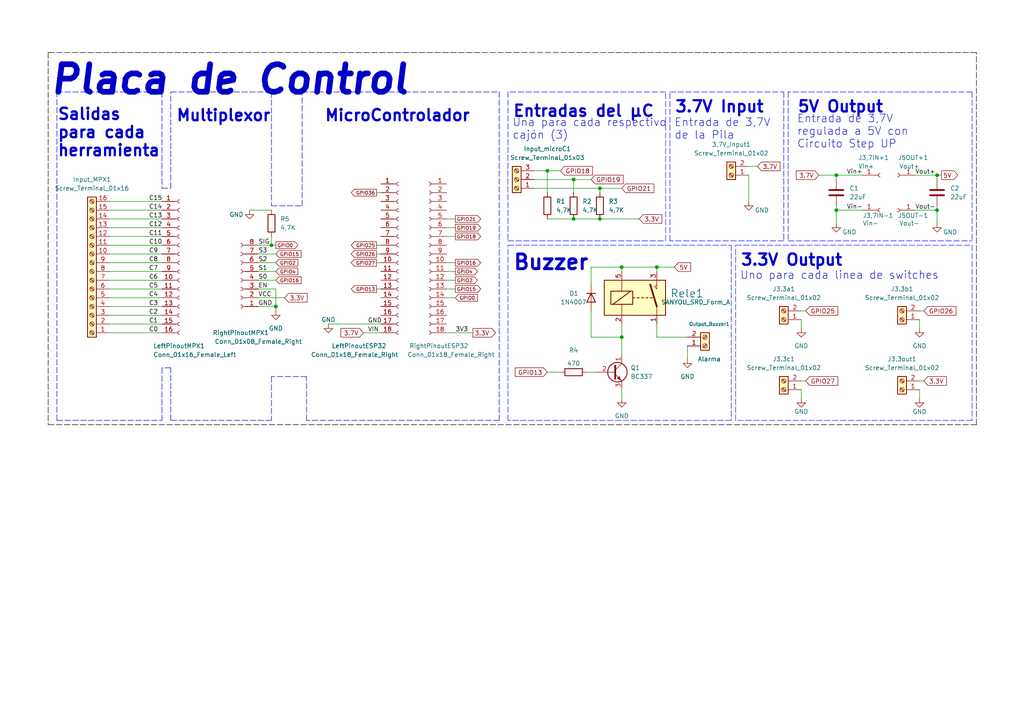
<source format=kicad_sch>
(kicad_sch (version 20211123) (generator eeschema)

  (uuid 032cacc6-8e75-413b-9a3e-cceeead0475b)

  (paper "A4")

  (lib_symbols
    (symbol "Connector:Conn_01x01_Female" (pin_names (offset 1.016) hide) (in_bom yes) (on_board yes)
      (property "Reference" "J" (id 0) (at 0 2.54 0)
        (effects (font (size 1.27 1.27)))
      )
      (property "Value" "Conn_01x01_Female" (id 1) (at 0 -2.54 0)
        (effects (font (size 1.27 1.27)))
      )
      (property "Footprint" "" (id 2) (at 0 0 0)
        (effects (font (size 1.27 1.27)) hide)
      )
      (property "Datasheet" "~" (id 3) (at 0 0 0)
        (effects (font (size 1.27 1.27)) hide)
      )
      (property "ki_keywords" "connector" (id 4) (at 0 0 0)
        (effects (font (size 1.27 1.27)) hide)
      )
      (property "ki_description" "Generic connector, single row, 01x01, script generated (kicad-library-utils/schlib/autogen/connector/)" (id 5) (at 0 0 0)
        (effects (font (size 1.27 1.27)) hide)
      )
      (property "ki_fp_filters" "Connector*:*" (id 6) (at 0 0 0)
        (effects (font (size 1.27 1.27)) hide)
      )
      (symbol "Conn_01x01_Female_1_1"
        (polyline
          (pts
            (xy -1.27 0)
            (xy -0.508 0)
          )
          (stroke (width 0.1524) (type default) (color 0 0 0 0))
          (fill (type none))
        )
        (arc (start 0 0.508) (mid -0.508 0) (end 0 -0.508)
          (stroke (width 0.1524) (type default) (color 0 0 0 0))
          (fill (type none))
        )
        (pin passive line (at -5.08 0 0) (length 3.81)
          (name "Pin_1" (effects (font (size 1.27 1.27))))
          (number "1" (effects (font (size 1.27 1.27))))
        )
      )
    )
    (symbol "Connector:Conn_01x08_Female" (pin_names (offset 1.016) hide) (in_bom yes) (on_board yes)
      (property "Reference" "J" (id 0) (at 0 10.16 0)
        (effects (font (size 1.27 1.27)))
      )
      (property "Value" "Conn_01x08_Female" (id 1) (at 0 -12.7 0)
        (effects (font (size 1.27 1.27)))
      )
      (property "Footprint" "" (id 2) (at 0 0 0)
        (effects (font (size 1.27 1.27)) hide)
      )
      (property "Datasheet" "~" (id 3) (at 0 0 0)
        (effects (font (size 1.27 1.27)) hide)
      )
      (property "ki_keywords" "connector" (id 4) (at 0 0 0)
        (effects (font (size 1.27 1.27)) hide)
      )
      (property "ki_description" "Generic connector, single row, 01x08, script generated (kicad-library-utils/schlib/autogen/connector/)" (id 5) (at 0 0 0)
        (effects (font (size 1.27 1.27)) hide)
      )
      (property "ki_fp_filters" "Connector*:*_1x??_*" (id 6) (at 0 0 0)
        (effects (font (size 1.27 1.27)) hide)
      )
      (symbol "Conn_01x08_Female_1_1"
        (arc (start 0 -9.652) (mid -0.508 -10.16) (end 0 -10.668)
          (stroke (width 0.1524) (type default) (color 0 0 0 0))
          (fill (type none))
        )
        (arc (start 0 -7.112) (mid -0.508 -7.62) (end 0 -8.128)
          (stroke (width 0.1524) (type default) (color 0 0 0 0))
          (fill (type none))
        )
        (arc (start 0 -4.572) (mid -0.508 -5.08) (end 0 -5.588)
          (stroke (width 0.1524) (type default) (color 0 0 0 0))
          (fill (type none))
        )
        (arc (start 0 -2.032) (mid -0.508 -2.54) (end 0 -3.048)
          (stroke (width 0.1524) (type default) (color 0 0 0 0))
          (fill (type none))
        )
        (polyline
          (pts
            (xy -1.27 -10.16)
            (xy -0.508 -10.16)
          )
          (stroke (width 0.1524) (type default) (color 0 0 0 0))
          (fill (type none))
        )
        (polyline
          (pts
            (xy -1.27 -7.62)
            (xy -0.508 -7.62)
          )
          (stroke (width 0.1524) (type default) (color 0 0 0 0))
          (fill (type none))
        )
        (polyline
          (pts
            (xy -1.27 -5.08)
            (xy -0.508 -5.08)
          )
          (stroke (width 0.1524) (type default) (color 0 0 0 0))
          (fill (type none))
        )
        (polyline
          (pts
            (xy -1.27 -2.54)
            (xy -0.508 -2.54)
          )
          (stroke (width 0.1524) (type default) (color 0 0 0 0))
          (fill (type none))
        )
        (polyline
          (pts
            (xy -1.27 0)
            (xy -0.508 0)
          )
          (stroke (width 0.1524) (type default) (color 0 0 0 0))
          (fill (type none))
        )
        (polyline
          (pts
            (xy -1.27 2.54)
            (xy -0.508 2.54)
          )
          (stroke (width 0.1524) (type default) (color 0 0 0 0))
          (fill (type none))
        )
        (polyline
          (pts
            (xy -1.27 5.08)
            (xy -0.508 5.08)
          )
          (stroke (width 0.1524) (type default) (color 0 0 0 0))
          (fill (type none))
        )
        (polyline
          (pts
            (xy -1.27 7.62)
            (xy -0.508 7.62)
          )
          (stroke (width 0.1524) (type default) (color 0 0 0 0))
          (fill (type none))
        )
        (arc (start 0 0.508) (mid -0.508 0) (end 0 -0.508)
          (stroke (width 0.1524) (type default) (color 0 0 0 0))
          (fill (type none))
        )
        (arc (start 0 3.048) (mid -0.508 2.54) (end 0 2.032)
          (stroke (width 0.1524) (type default) (color 0 0 0 0))
          (fill (type none))
        )
        (arc (start 0 5.588) (mid -0.508 5.08) (end 0 4.572)
          (stroke (width 0.1524) (type default) (color 0 0 0 0))
          (fill (type none))
        )
        (arc (start 0 8.128) (mid -0.508 7.62) (end 0 7.112)
          (stroke (width 0.1524) (type default) (color 0 0 0 0))
          (fill (type none))
        )
        (pin passive line (at -5.08 7.62 0) (length 3.81)
          (name "Pin_1" (effects (font (size 1.27 1.27))))
          (number "1" (effects (font (size 1.27 1.27))))
        )
        (pin passive line (at -5.08 5.08 0) (length 3.81)
          (name "Pin_2" (effects (font (size 1.27 1.27))))
          (number "2" (effects (font (size 1.27 1.27))))
        )
        (pin passive line (at -5.08 2.54 0) (length 3.81)
          (name "Pin_3" (effects (font (size 1.27 1.27))))
          (number "3" (effects (font (size 1.27 1.27))))
        )
        (pin passive line (at -5.08 0 0) (length 3.81)
          (name "Pin_4" (effects (font (size 1.27 1.27))))
          (number "4" (effects (font (size 1.27 1.27))))
        )
        (pin passive line (at -5.08 -2.54 0) (length 3.81)
          (name "Pin_5" (effects (font (size 1.27 1.27))))
          (number "5" (effects (font (size 1.27 1.27))))
        )
        (pin passive line (at -5.08 -5.08 0) (length 3.81)
          (name "Pin_6" (effects (font (size 1.27 1.27))))
          (number "6" (effects (font (size 1.27 1.27))))
        )
        (pin passive line (at -5.08 -7.62 0) (length 3.81)
          (name "Pin_7" (effects (font (size 1.27 1.27))))
          (number "7" (effects (font (size 1.27 1.27))))
        )
        (pin passive line (at -5.08 -10.16 0) (length 3.81)
          (name "Pin_8" (effects (font (size 1.27 1.27))))
          (number "8" (effects (font (size 1.27 1.27))))
        )
      )
    )
    (symbol "Connector:Conn_01x16_Female" (pin_names (offset 1.016) hide) (in_bom yes) (on_board yes)
      (property "Reference" "J" (id 0) (at 0 20.32 0)
        (effects (font (size 1.27 1.27)))
      )
      (property "Value" "Conn_01x16_Female" (id 1) (at 0 -22.86 0)
        (effects (font (size 1.27 1.27)))
      )
      (property "Footprint" "" (id 2) (at 0 0 0)
        (effects (font (size 1.27 1.27)) hide)
      )
      (property "Datasheet" "~" (id 3) (at 0 0 0)
        (effects (font (size 1.27 1.27)) hide)
      )
      (property "ki_keywords" "connector" (id 4) (at 0 0 0)
        (effects (font (size 1.27 1.27)) hide)
      )
      (property "ki_description" "Generic connector, single row, 01x16, script generated (kicad-library-utils/schlib/autogen/connector/)" (id 5) (at 0 0 0)
        (effects (font (size 1.27 1.27)) hide)
      )
      (property "ki_fp_filters" "Connector*:*_1x??_*" (id 6) (at 0 0 0)
        (effects (font (size 1.27 1.27)) hide)
      )
      (symbol "Conn_01x16_Female_1_1"
        (arc (start 0 -19.812) (mid -0.508 -20.32) (end 0 -20.828)
          (stroke (width 0.1524) (type default) (color 0 0 0 0))
          (fill (type none))
        )
        (arc (start 0 -17.272) (mid -0.508 -17.78) (end 0 -18.288)
          (stroke (width 0.1524) (type default) (color 0 0 0 0))
          (fill (type none))
        )
        (arc (start 0 -14.732) (mid -0.508 -15.24) (end 0 -15.748)
          (stroke (width 0.1524) (type default) (color 0 0 0 0))
          (fill (type none))
        )
        (arc (start 0 -12.192) (mid -0.508 -12.7) (end 0 -13.208)
          (stroke (width 0.1524) (type default) (color 0 0 0 0))
          (fill (type none))
        )
        (arc (start 0 -9.652) (mid -0.508 -10.16) (end 0 -10.668)
          (stroke (width 0.1524) (type default) (color 0 0 0 0))
          (fill (type none))
        )
        (arc (start 0 -7.112) (mid -0.508 -7.62) (end 0 -8.128)
          (stroke (width 0.1524) (type default) (color 0 0 0 0))
          (fill (type none))
        )
        (arc (start 0 -4.572) (mid -0.508 -5.08) (end 0 -5.588)
          (stroke (width 0.1524) (type default) (color 0 0 0 0))
          (fill (type none))
        )
        (arc (start 0 -2.032) (mid -0.508 -2.54) (end 0 -3.048)
          (stroke (width 0.1524) (type default) (color 0 0 0 0))
          (fill (type none))
        )
        (polyline
          (pts
            (xy -1.27 -20.32)
            (xy -0.508 -20.32)
          )
          (stroke (width 0.1524) (type default) (color 0 0 0 0))
          (fill (type none))
        )
        (polyline
          (pts
            (xy -1.27 -17.78)
            (xy -0.508 -17.78)
          )
          (stroke (width 0.1524) (type default) (color 0 0 0 0))
          (fill (type none))
        )
        (polyline
          (pts
            (xy -1.27 -15.24)
            (xy -0.508 -15.24)
          )
          (stroke (width 0.1524) (type default) (color 0 0 0 0))
          (fill (type none))
        )
        (polyline
          (pts
            (xy -1.27 -12.7)
            (xy -0.508 -12.7)
          )
          (stroke (width 0.1524) (type default) (color 0 0 0 0))
          (fill (type none))
        )
        (polyline
          (pts
            (xy -1.27 -10.16)
            (xy -0.508 -10.16)
          )
          (stroke (width 0.1524) (type default) (color 0 0 0 0))
          (fill (type none))
        )
        (polyline
          (pts
            (xy -1.27 -7.62)
            (xy -0.508 -7.62)
          )
          (stroke (width 0.1524) (type default) (color 0 0 0 0))
          (fill (type none))
        )
        (polyline
          (pts
            (xy -1.27 -5.08)
            (xy -0.508 -5.08)
          )
          (stroke (width 0.1524) (type default) (color 0 0 0 0))
          (fill (type none))
        )
        (polyline
          (pts
            (xy -1.27 -2.54)
            (xy -0.508 -2.54)
          )
          (stroke (width 0.1524) (type default) (color 0 0 0 0))
          (fill (type none))
        )
        (polyline
          (pts
            (xy -1.27 0)
            (xy -0.508 0)
          )
          (stroke (width 0.1524) (type default) (color 0 0 0 0))
          (fill (type none))
        )
        (polyline
          (pts
            (xy -1.27 2.54)
            (xy -0.508 2.54)
          )
          (stroke (width 0.1524) (type default) (color 0 0 0 0))
          (fill (type none))
        )
        (polyline
          (pts
            (xy -1.27 5.08)
            (xy -0.508 5.08)
          )
          (stroke (width 0.1524) (type default) (color 0 0 0 0))
          (fill (type none))
        )
        (polyline
          (pts
            (xy -1.27 7.62)
            (xy -0.508 7.62)
          )
          (stroke (width 0.1524) (type default) (color 0 0 0 0))
          (fill (type none))
        )
        (polyline
          (pts
            (xy -1.27 10.16)
            (xy -0.508 10.16)
          )
          (stroke (width 0.1524) (type default) (color 0 0 0 0))
          (fill (type none))
        )
        (polyline
          (pts
            (xy -1.27 12.7)
            (xy -0.508 12.7)
          )
          (stroke (width 0.1524) (type default) (color 0 0 0 0))
          (fill (type none))
        )
        (polyline
          (pts
            (xy -1.27 15.24)
            (xy -0.508 15.24)
          )
          (stroke (width 0.1524) (type default) (color 0 0 0 0))
          (fill (type none))
        )
        (polyline
          (pts
            (xy -1.27 17.78)
            (xy -0.508 17.78)
          )
          (stroke (width 0.1524) (type default) (color 0 0 0 0))
          (fill (type none))
        )
        (arc (start 0 0.508) (mid -0.508 0) (end 0 -0.508)
          (stroke (width 0.1524) (type default) (color 0 0 0 0))
          (fill (type none))
        )
        (arc (start 0 3.048) (mid -0.508 2.54) (end 0 2.032)
          (stroke (width 0.1524) (type default) (color 0 0 0 0))
          (fill (type none))
        )
        (arc (start 0 5.588) (mid -0.508 5.08) (end 0 4.572)
          (stroke (width 0.1524) (type default) (color 0 0 0 0))
          (fill (type none))
        )
        (arc (start 0 8.128) (mid -0.508 7.62) (end 0 7.112)
          (stroke (width 0.1524) (type default) (color 0 0 0 0))
          (fill (type none))
        )
        (arc (start 0 10.668) (mid -0.508 10.16) (end 0 9.652)
          (stroke (width 0.1524) (type default) (color 0 0 0 0))
          (fill (type none))
        )
        (arc (start 0 13.208) (mid -0.508 12.7) (end 0 12.192)
          (stroke (width 0.1524) (type default) (color 0 0 0 0))
          (fill (type none))
        )
        (arc (start 0 15.748) (mid -0.508 15.24) (end 0 14.732)
          (stroke (width 0.1524) (type default) (color 0 0 0 0))
          (fill (type none))
        )
        (arc (start 0 18.288) (mid -0.508 17.78) (end 0 17.272)
          (stroke (width 0.1524) (type default) (color 0 0 0 0))
          (fill (type none))
        )
        (pin passive line (at -5.08 17.78 0) (length 3.81)
          (name "Pin_1" (effects (font (size 1.27 1.27))))
          (number "1" (effects (font (size 1.27 1.27))))
        )
        (pin passive line (at -5.08 -5.08 0) (length 3.81)
          (name "Pin_10" (effects (font (size 1.27 1.27))))
          (number "10" (effects (font (size 1.27 1.27))))
        )
        (pin passive line (at -5.08 -7.62 0) (length 3.81)
          (name "Pin_11" (effects (font (size 1.27 1.27))))
          (number "11" (effects (font (size 1.27 1.27))))
        )
        (pin passive line (at -5.08 -10.16 0) (length 3.81)
          (name "Pin_12" (effects (font (size 1.27 1.27))))
          (number "12" (effects (font (size 1.27 1.27))))
        )
        (pin passive line (at -5.08 -12.7 0) (length 3.81)
          (name "Pin_13" (effects (font (size 1.27 1.27))))
          (number "13" (effects (font (size 1.27 1.27))))
        )
        (pin passive line (at -5.08 -15.24 0) (length 3.81)
          (name "Pin_14" (effects (font (size 1.27 1.27))))
          (number "14" (effects (font (size 1.27 1.27))))
        )
        (pin passive line (at -5.08 -17.78 0) (length 3.81)
          (name "Pin_15" (effects (font (size 1.27 1.27))))
          (number "15" (effects (font (size 1.27 1.27))))
        )
        (pin passive line (at -5.08 -20.32 0) (length 3.81)
          (name "Pin_16" (effects (font (size 1.27 1.27))))
          (number "16" (effects (font (size 1.27 1.27))))
        )
        (pin passive line (at -5.08 15.24 0) (length 3.81)
          (name "Pin_2" (effects (font (size 1.27 1.27))))
          (number "2" (effects (font (size 1.27 1.27))))
        )
        (pin passive line (at -5.08 12.7 0) (length 3.81)
          (name "Pin_3" (effects (font (size 1.27 1.27))))
          (number "3" (effects (font (size 1.27 1.27))))
        )
        (pin passive line (at -5.08 10.16 0) (length 3.81)
          (name "Pin_4" (effects (font (size 1.27 1.27))))
          (number "4" (effects (font (size 1.27 1.27))))
        )
        (pin passive line (at -5.08 7.62 0) (length 3.81)
          (name "Pin_5" (effects (font (size 1.27 1.27))))
          (number "5" (effects (font (size 1.27 1.27))))
        )
        (pin passive line (at -5.08 5.08 0) (length 3.81)
          (name "Pin_6" (effects (font (size 1.27 1.27))))
          (number "6" (effects (font (size 1.27 1.27))))
        )
        (pin passive line (at -5.08 2.54 0) (length 3.81)
          (name "Pin_7" (effects (font (size 1.27 1.27))))
          (number "7" (effects (font (size 1.27 1.27))))
        )
        (pin passive line (at -5.08 0 0) (length 3.81)
          (name "Pin_8" (effects (font (size 1.27 1.27))))
          (number "8" (effects (font (size 1.27 1.27))))
        )
        (pin passive line (at -5.08 -2.54 0) (length 3.81)
          (name "Pin_9" (effects (font (size 1.27 1.27))))
          (number "9" (effects (font (size 1.27 1.27))))
        )
      )
    )
    (symbol "Connector:Conn_01x18_Female" (pin_names (offset 1.016) hide) (in_bom yes) (on_board yes)
      (property "Reference" "J" (id 0) (at 0 22.86 0)
        (effects (font (size 1.27 1.27)))
      )
      (property "Value" "Conn_01x18_Female" (id 1) (at 0 -25.4 0)
        (effects (font (size 1.27 1.27)))
      )
      (property "Footprint" "" (id 2) (at 0 0 0)
        (effects (font (size 1.27 1.27)) hide)
      )
      (property "Datasheet" "~" (id 3) (at 0 0 0)
        (effects (font (size 1.27 1.27)) hide)
      )
      (property "ki_keywords" "connector" (id 4) (at 0 0 0)
        (effects (font (size 1.27 1.27)) hide)
      )
      (property "ki_description" "Generic connector, single row, 01x18, script generated (kicad-library-utils/schlib/autogen/connector/)" (id 5) (at 0 0 0)
        (effects (font (size 1.27 1.27)) hide)
      )
      (property "ki_fp_filters" "Connector*:*_1x??_*" (id 6) (at 0 0 0)
        (effects (font (size 1.27 1.27)) hide)
      )
      (symbol "Conn_01x18_Female_1_1"
        (arc (start 0 -22.352) (mid -0.508 -22.86) (end 0 -23.368)
          (stroke (width 0.1524) (type default) (color 0 0 0 0))
          (fill (type none))
        )
        (arc (start 0 -19.812) (mid -0.508 -20.32) (end 0 -20.828)
          (stroke (width 0.1524) (type default) (color 0 0 0 0))
          (fill (type none))
        )
        (arc (start 0 -17.272) (mid -0.508 -17.78) (end 0 -18.288)
          (stroke (width 0.1524) (type default) (color 0 0 0 0))
          (fill (type none))
        )
        (arc (start 0 -14.732) (mid -0.508 -15.24) (end 0 -15.748)
          (stroke (width 0.1524) (type default) (color 0 0 0 0))
          (fill (type none))
        )
        (arc (start 0 -12.192) (mid -0.508 -12.7) (end 0 -13.208)
          (stroke (width 0.1524) (type default) (color 0 0 0 0))
          (fill (type none))
        )
        (arc (start 0 -9.652) (mid -0.508 -10.16) (end 0 -10.668)
          (stroke (width 0.1524) (type default) (color 0 0 0 0))
          (fill (type none))
        )
        (arc (start 0 -7.112) (mid -0.508 -7.62) (end 0 -8.128)
          (stroke (width 0.1524) (type default) (color 0 0 0 0))
          (fill (type none))
        )
        (arc (start 0 -4.572) (mid -0.508 -5.08) (end 0 -5.588)
          (stroke (width 0.1524) (type default) (color 0 0 0 0))
          (fill (type none))
        )
        (arc (start 0 -2.032) (mid -0.508 -2.54) (end 0 -3.048)
          (stroke (width 0.1524) (type default) (color 0 0 0 0))
          (fill (type none))
        )
        (polyline
          (pts
            (xy -1.27 -22.86)
            (xy -0.508 -22.86)
          )
          (stroke (width 0.1524) (type default) (color 0 0 0 0))
          (fill (type none))
        )
        (polyline
          (pts
            (xy -1.27 -20.32)
            (xy -0.508 -20.32)
          )
          (stroke (width 0.1524) (type default) (color 0 0 0 0))
          (fill (type none))
        )
        (polyline
          (pts
            (xy -1.27 -17.78)
            (xy -0.508 -17.78)
          )
          (stroke (width 0.1524) (type default) (color 0 0 0 0))
          (fill (type none))
        )
        (polyline
          (pts
            (xy -1.27 -15.24)
            (xy -0.508 -15.24)
          )
          (stroke (width 0.1524) (type default) (color 0 0 0 0))
          (fill (type none))
        )
        (polyline
          (pts
            (xy -1.27 -12.7)
            (xy -0.508 -12.7)
          )
          (stroke (width 0.1524) (type default) (color 0 0 0 0))
          (fill (type none))
        )
        (polyline
          (pts
            (xy -1.27 -10.16)
            (xy -0.508 -10.16)
          )
          (stroke (width 0.1524) (type default) (color 0 0 0 0))
          (fill (type none))
        )
        (polyline
          (pts
            (xy -1.27 -7.62)
            (xy -0.508 -7.62)
          )
          (stroke (width 0.1524) (type default) (color 0 0 0 0))
          (fill (type none))
        )
        (polyline
          (pts
            (xy -1.27 -5.08)
            (xy -0.508 -5.08)
          )
          (stroke (width 0.1524) (type default) (color 0 0 0 0))
          (fill (type none))
        )
        (polyline
          (pts
            (xy -1.27 -2.54)
            (xy -0.508 -2.54)
          )
          (stroke (width 0.1524) (type default) (color 0 0 0 0))
          (fill (type none))
        )
        (polyline
          (pts
            (xy -1.27 0)
            (xy -0.508 0)
          )
          (stroke (width 0.1524) (type default) (color 0 0 0 0))
          (fill (type none))
        )
        (polyline
          (pts
            (xy -1.27 2.54)
            (xy -0.508 2.54)
          )
          (stroke (width 0.1524) (type default) (color 0 0 0 0))
          (fill (type none))
        )
        (polyline
          (pts
            (xy -1.27 5.08)
            (xy -0.508 5.08)
          )
          (stroke (width 0.1524) (type default) (color 0 0 0 0))
          (fill (type none))
        )
        (polyline
          (pts
            (xy -1.27 7.62)
            (xy -0.508 7.62)
          )
          (stroke (width 0.1524) (type default) (color 0 0 0 0))
          (fill (type none))
        )
        (polyline
          (pts
            (xy -1.27 10.16)
            (xy -0.508 10.16)
          )
          (stroke (width 0.1524) (type default) (color 0 0 0 0))
          (fill (type none))
        )
        (polyline
          (pts
            (xy -1.27 12.7)
            (xy -0.508 12.7)
          )
          (stroke (width 0.1524) (type default) (color 0 0 0 0))
          (fill (type none))
        )
        (polyline
          (pts
            (xy -1.27 15.24)
            (xy -0.508 15.24)
          )
          (stroke (width 0.1524) (type default) (color 0 0 0 0))
          (fill (type none))
        )
        (polyline
          (pts
            (xy -1.27 17.78)
            (xy -0.508 17.78)
          )
          (stroke (width 0.1524) (type default) (color 0 0 0 0))
          (fill (type none))
        )
        (polyline
          (pts
            (xy -1.27 20.32)
            (xy -0.508 20.32)
          )
          (stroke (width 0.1524) (type default) (color 0 0 0 0))
          (fill (type none))
        )
        (arc (start 0 0.508) (mid -0.508 0) (end 0 -0.508)
          (stroke (width 0.1524) (type default) (color 0 0 0 0))
          (fill (type none))
        )
        (arc (start 0 3.048) (mid -0.508 2.54) (end 0 2.032)
          (stroke (width 0.1524) (type default) (color 0 0 0 0))
          (fill (type none))
        )
        (arc (start 0 5.588) (mid -0.508 5.08) (end 0 4.572)
          (stroke (width 0.1524) (type default) (color 0 0 0 0))
          (fill (type none))
        )
        (arc (start 0 8.128) (mid -0.508 7.62) (end 0 7.112)
          (stroke (width 0.1524) (type default) (color 0 0 0 0))
          (fill (type none))
        )
        (arc (start 0 10.668) (mid -0.508 10.16) (end 0 9.652)
          (stroke (width 0.1524) (type default) (color 0 0 0 0))
          (fill (type none))
        )
        (arc (start 0 13.208) (mid -0.508 12.7) (end 0 12.192)
          (stroke (width 0.1524) (type default) (color 0 0 0 0))
          (fill (type none))
        )
        (arc (start 0 15.748) (mid -0.508 15.24) (end 0 14.732)
          (stroke (width 0.1524) (type default) (color 0 0 0 0))
          (fill (type none))
        )
        (arc (start 0 18.288) (mid -0.508 17.78) (end 0 17.272)
          (stroke (width 0.1524) (type default) (color 0 0 0 0))
          (fill (type none))
        )
        (arc (start 0 20.828) (mid -0.508 20.32) (end 0 19.812)
          (stroke (width 0.1524) (type default) (color 0 0 0 0))
          (fill (type none))
        )
        (pin passive line (at -5.08 20.32 0) (length 3.81)
          (name "Pin_1" (effects (font (size 1.27 1.27))))
          (number "1" (effects (font (size 1.27 1.27))))
        )
        (pin passive line (at -5.08 -2.54 0) (length 3.81)
          (name "Pin_10" (effects (font (size 1.27 1.27))))
          (number "10" (effects (font (size 1.27 1.27))))
        )
        (pin passive line (at -5.08 -5.08 0) (length 3.81)
          (name "Pin_11" (effects (font (size 1.27 1.27))))
          (number "11" (effects (font (size 1.27 1.27))))
        )
        (pin passive line (at -5.08 -7.62 0) (length 3.81)
          (name "Pin_12" (effects (font (size 1.27 1.27))))
          (number "12" (effects (font (size 1.27 1.27))))
        )
        (pin passive line (at -5.08 -10.16 0) (length 3.81)
          (name "Pin_13" (effects (font (size 1.27 1.27))))
          (number "13" (effects (font (size 1.27 1.27))))
        )
        (pin passive line (at -5.08 -12.7 0) (length 3.81)
          (name "Pin_14" (effects (font (size 1.27 1.27))))
          (number "14" (effects (font (size 1.27 1.27))))
        )
        (pin passive line (at -5.08 -15.24 0) (length 3.81)
          (name "Pin_15" (effects (font (size 1.27 1.27))))
          (number "15" (effects (font (size 1.27 1.27))))
        )
        (pin passive line (at -5.08 -17.78 0) (length 3.81)
          (name "Pin_16" (effects (font (size 1.27 1.27))))
          (number "16" (effects (font (size 1.27 1.27))))
        )
        (pin passive line (at -5.08 -20.32 0) (length 3.81)
          (name "Pin_17" (effects (font (size 1.27 1.27))))
          (number "17" (effects (font (size 1.27 1.27))))
        )
        (pin passive line (at -5.08 -22.86 0) (length 3.81)
          (name "Pin_18" (effects (font (size 1.27 1.27))))
          (number "18" (effects (font (size 1.27 1.27))))
        )
        (pin passive line (at -5.08 17.78 0) (length 3.81)
          (name "Pin_2" (effects (font (size 1.27 1.27))))
          (number "2" (effects (font (size 1.27 1.27))))
        )
        (pin passive line (at -5.08 15.24 0) (length 3.81)
          (name "Pin_3" (effects (font (size 1.27 1.27))))
          (number "3" (effects (font (size 1.27 1.27))))
        )
        (pin passive line (at -5.08 12.7 0) (length 3.81)
          (name "Pin_4" (effects (font (size 1.27 1.27))))
          (number "4" (effects (font (size 1.27 1.27))))
        )
        (pin passive line (at -5.08 10.16 0) (length 3.81)
          (name "Pin_5" (effects (font (size 1.27 1.27))))
          (number "5" (effects (font (size 1.27 1.27))))
        )
        (pin passive line (at -5.08 7.62 0) (length 3.81)
          (name "Pin_6" (effects (font (size 1.27 1.27))))
          (number "6" (effects (font (size 1.27 1.27))))
        )
        (pin passive line (at -5.08 5.08 0) (length 3.81)
          (name "Pin_7" (effects (font (size 1.27 1.27))))
          (number "7" (effects (font (size 1.27 1.27))))
        )
        (pin passive line (at -5.08 2.54 0) (length 3.81)
          (name "Pin_8" (effects (font (size 1.27 1.27))))
          (number "8" (effects (font (size 1.27 1.27))))
        )
        (pin passive line (at -5.08 0 0) (length 3.81)
          (name "Pin_9" (effects (font (size 1.27 1.27))))
          (number "9" (effects (font (size 1.27 1.27))))
        )
      )
    )
    (symbol "Connector:Screw_Terminal_01x02" (pin_names (offset 1.016) hide) (in_bom yes) (on_board yes)
      (property "Reference" "J" (id 0) (at 0 2.54 0)
        (effects (font (size 1.27 1.27)))
      )
      (property "Value" "Screw_Terminal_01x02" (id 1) (at 0 -5.08 0)
        (effects (font (size 1.27 1.27)))
      )
      (property "Footprint" "" (id 2) (at 0 0 0)
        (effects (font (size 1.27 1.27)) hide)
      )
      (property "Datasheet" "~" (id 3) (at 0 0 0)
        (effects (font (size 1.27 1.27)) hide)
      )
      (property "ki_keywords" "screw terminal" (id 4) (at 0 0 0)
        (effects (font (size 1.27 1.27)) hide)
      )
      (property "ki_description" "Generic screw terminal, single row, 01x02, script generated (kicad-library-utils/schlib/autogen/connector/)" (id 5) (at 0 0 0)
        (effects (font (size 1.27 1.27)) hide)
      )
      (property "ki_fp_filters" "TerminalBlock*:*" (id 6) (at 0 0 0)
        (effects (font (size 1.27 1.27)) hide)
      )
      (symbol "Screw_Terminal_01x02_1_1"
        (rectangle (start -1.27 1.27) (end 1.27 -3.81)
          (stroke (width 0.254) (type default) (color 0 0 0 0))
          (fill (type background))
        )
        (circle (center 0 -2.54) (radius 0.635)
          (stroke (width 0.1524) (type default) (color 0 0 0 0))
          (fill (type none))
        )
        (polyline
          (pts
            (xy -0.5334 -2.2098)
            (xy 0.3302 -3.048)
          )
          (stroke (width 0.1524) (type default) (color 0 0 0 0))
          (fill (type none))
        )
        (polyline
          (pts
            (xy -0.5334 0.3302)
            (xy 0.3302 -0.508)
          )
          (stroke (width 0.1524) (type default) (color 0 0 0 0))
          (fill (type none))
        )
        (polyline
          (pts
            (xy -0.3556 -2.032)
            (xy 0.508 -2.8702)
          )
          (stroke (width 0.1524) (type default) (color 0 0 0 0))
          (fill (type none))
        )
        (polyline
          (pts
            (xy -0.3556 0.508)
            (xy 0.508 -0.3302)
          )
          (stroke (width 0.1524) (type default) (color 0 0 0 0))
          (fill (type none))
        )
        (circle (center 0 0) (radius 0.635)
          (stroke (width 0.1524) (type default) (color 0 0 0 0))
          (fill (type none))
        )
        (pin passive line (at -5.08 0 0) (length 3.81)
          (name "Pin_1" (effects (font (size 1.27 1.27))))
          (number "1" (effects (font (size 1.27 1.27))))
        )
        (pin passive line (at -5.08 -2.54 0) (length 3.81)
          (name "Pin_2" (effects (font (size 1.27 1.27))))
          (number "2" (effects (font (size 1.27 1.27))))
        )
      )
    )
    (symbol "Connector:Screw_Terminal_01x03" (pin_names (offset 1.016) hide) (in_bom yes) (on_board yes)
      (property "Reference" "J" (id 0) (at 0 5.08 0)
        (effects (font (size 1.27 1.27)))
      )
      (property "Value" "Screw_Terminal_01x03" (id 1) (at 0 -5.08 0)
        (effects (font (size 1.27 1.27)))
      )
      (property "Footprint" "" (id 2) (at 0 0 0)
        (effects (font (size 1.27 1.27)) hide)
      )
      (property "Datasheet" "~" (id 3) (at 0 0 0)
        (effects (font (size 1.27 1.27)) hide)
      )
      (property "ki_keywords" "screw terminal" (id 4) (at 0 0 0)
        (effects (font (size 1.27 1.27)) hide)
      )
      (property "ki_description" "Generic screw terminal, single row, 01x03, script generated (kicad-library-utils/schlib/autogen/connector/)" (id 5) (at 0 0 0)
        (effects (font (size 1.27 1.27)) hide)
      )
      (property "ki_fp_filters" "TerminalBlock*:*" (id 6) (at 0 0 0)
        (effects (font (size 1.27 1.27)) hide)
      )
      (symbol "Screw_Terminal_01x03_1_1"
        (rectangle (start -1.27 3.81) (end 1.27 -3.81)
          (stroke (width 0.254) (type default) (color 0 0 0 0))
          (fill (type background))
        )
        (circle (center 0 -2.54) (radius 0.635)
          (stroke (width 0.1524) (type default) (color 0 0 0 0))
          (fill (type none))
        )
        (polyline
          (pts
            (xy -0.5334 -2.2098)
            (xy 0.3302 -3.048)
          )
          (stroke (width 0.1524) (type default) (color 0 0 0 0))
          (fill (type none))
        )
        (polyline
          (pts
            (xy -0.5334 0.3302)
            (xy 0.3302 -0.508)
          )
          (stroke (width 0.1524) (type default) (color 0 0 0 0))
          (fill (type none))
        )
        (polyline
          (pts
            (xy -0.5334 2.8702)
            (xy 0.3302 2.032)
          )
          (stroke (width 0.1524) (type default) (color 0 0 0 0))
          (fill (type none))
        )
        (polyline
          (pts
            (xy -0.3556 -2.032)
            (xy 0.508 -2.8702)
          )
          (stroke (width 0.1524) (type default) (color 0 0 0 0))
          (fill (type none))
        )
        (polyline
          (pts
            (xy -0.3556 0.508)
            (xy 0.508 -0.3302)
          )
          (stroke (width 0.1524) (type default) (color 0 0 0 0))
          (fill (type none))
        )
        (polyline
          (pts
            (xy -0.3556 3.048)
            (xy 0.508 2.2098)
          )
          (stroke (width 0.1524) (type default) (color 0 0 0 0))
          (fill (type none))
        )
        (circle (center 0 0) (radius 0.635)
          (stroke (width 0.1524) (type default) (color 0 0 0 0))
          (fill (type none))
        )
        (circle (center 0 2.54) (radius 0.635)
          (stroke (width 0.1524) (type default) (color 0 0 0 0))
          (fill (type none))
        )
        (pin passive line (at -5.08 2.54 0) (length 3.81)
          (name "Pin_1" (effects (font (size 1.27 1.27))))
          (number "1" (effects (font (size 1.27 1.27))))
        )
        (pin passive line (at -5.08 0 0) (length 3.81)
          (name "Pin_2" (effects (font (size 1.27 1.27))))
          (number "2" (effects (font (size 1.27 1.27))))
        )
        (pin passive line (at -5.08 -2.54 0) (length 3.81)
          (name "Pin_3" (effects (font (size 1.27 1.27))))
          (number "3" (effects (font (size 1.27 1.27))))
        )
      )
    )
    (symbol "Connector:Screw_Terminal_01x16" (pin_names (offset 1.016) hide) (in_bom yes) (on_board yes)
      (property "Reference" "J" (id 0) (at 0 20.32 0)
        (effects (font (size 1.27 1.27)))
      )
      (property "Value" "Screw_Terminal_01x16" (id 1) (at 0 -22.86 0)
        (effects (font (size 1.27 1.27)))
      )
      (property "Footprint" "" (id 2) (at 0 0 0)
        (effects (font (size 1.27 1.27)) hide)
      )
      (property "Datasheet" "~" (id 3) (at 0 0 0)
        (effects (font (size 1.27 1.27)) hide)
      )
      (property "ki_keywords" "screw terminal" (id 4) (at 0 0 0)
        (effects (font (size 1.27 1.27)) hide)
      )
      (property "ki_description" "Generic screw terminal, single row, 01x16, script generated (kicad-library-utils/schlib/autogen/connector/)" (id 5) (at 0 0 0)
        (effects (font (size 1.27 1.27)) hide)
      )
      (property "ki_fp_filters" "TerminalBlock*:*" (id 6) (at 0 0 0)
        (effects (font (size 1.27 1.27)) hide)
      )
      (symbol "Screw_Terminal_01x16_1_1"
        (rectangle (start -1.27 19.05) (end 1.27 -21.59)
          (stroke (width 0.254) (type default) (color 0 0 0 0))
          (fill (type background))
        )
        (circle (center 0 -20.32) (radius 0.635)
          (stroke (width 0.1524) (type default) (color 0 0 0 0))
          (fill (type none))
        )
        (circle (center 0 -17.78) (radius 0.635)
          (stroke (width 0.1524) (type default) (color 0 0 0 0))
          (fill (type none))
        )
        (circle (center 0 -15.24) (radius 0.635)
          (stroke (width 0.1524) (type default) (color 0 0 0 0))
          (fill (type none))
        )
        (circle (center 0 -12.7) (radius 0.635)
          (stroke (width 0.1524) (type default) (color 0 0 0 0))
          (fill (type none))
        )
        (circle (center 0 -10.16) (radius 0.635)
          (stroke (width 0.1524) (type default) (color 0 0 0 0))
          (fill (type none))
        )
        (circle (center 0 -7.62) (radius 0.635)
          (stroke (width 0.1524) (type default) (color 0 0 0 0))
          (fill (type none))
        )
        (circle (center 0 -5.08) (radius 0.635)
          (stroke (width 0.1524) (type default) (color 0 0 0 0))
          (fill (type none))
        )
        (circle (center 0 -2.54) (radius 0.635)
          (stroke (width 0.1524) (type default) (color 0 0 0 0))
          (fill (type none))
        )
        (polyline
          (pts
            (xy -0.5334 -19.9898)
            (xy 0.3302 -20.828)
          )
          (stroke (width 0.1524) (type default) (color 0 0 0 0))
          (fill (type none))
        )
        (polyline
          (pts
            (xy -0.5334 -17.4498)
            (xy 0.3302 -18.288)
          )
          (stroke (width 0.1524) (type default) (color 0 0 0 0))
          (fill (type none))
        )
        (polyline
          (pts
            (xy -0.5334 -14.9098)
            (xy 0.3302 -15.748)
          )
          (stroke (width 0.1524) (type default) (color 0 0 0 0))
          (fill (type none))
        )
        (polyline
          (pts
            (xy -0.5334 -12.3698)
            (xy 0.3302 -13.208)
          )
          (stroke (width 0.1524) (type default) (color 0 0 0 0))
          (fill (type none))
        )
        (polyline
          (pts
            (xy -0.5334 -9.8298)
            (xy 0.3302 -10.668)
          )
          (stroke (width 0.1524) (type default) (color 0 0 0 0))
          (fill (type none))
        )
        (polyline
          (pts
            (xy -0.5334 -7.2898)
            (xy 0.3302 -8.128)
          )
          (stroke (width 0.1524) (type default) (color 0 0 0 0))
          (fill (type none))
        )
        (polyline
          (pts
            (xy -0.5334 -4.7498)
            (xy 0.3302 -5.588)
          )
          (stroke (width 0.1524) (type default) (color 0 0 0 0))
          (fill (type none))
        )
        (polyline
          (pts
            (xy -0.5334 -2.2098)
            (xy 0.3302 -3.048)
          )
          (stroke (width 0.1524) (type default) (color 0 0 0 0))
          (fill (type none))
        )
        (polyline
          (pts
            (xy -0.5334 0.3302)
            (xy 0.3302 -0.508)
          )
          (stroke (width 0.1524) (type default) (color 0 0 0 0))
          (fill (type none))
        )
        (polyline
          (pts
            (xy -0.5334 2.8702)
            (xy 0.3302 2.032)
          )
          (stroke (width 0.1524) (type default) (color 0 0 0 0))
          (fill (type none))
        )
        (polyline
          (pts
            (xy -0.5334 5.4102)
            (xy 0.3302 4.572)
          )
          (stroke (width 0.1524) (type default) (color 0 0 0 0))
          (fill (type none))
        )
        (polyline
          (pts
            (xy -0.5334 7.9502)
            (xy 0.3302 7.112)
          )
          (stroke (width 0.1524) (type default) (color 0 0 0 0))
          (fill (type none))
        )
        (polyline
          (pts
            (xy -0.5334 10.4902)
            (xy 0.3302 9.652)
          )
          (stroke (width 0.1524) (type default) (color 0 0 0 0))
          (fill (type none))
        )
        (polyline
          (pts
            (xy -0.5334 13.0302)
            (xy 0.3302 12.192)
          )
          (stroke (width 0.1524) (type default) (color 0 0 0 0))
          (fill (type none))
        )
        (polyline
          (pts
            (xy -0.5334 15.5702)
            (xy 0.3302 14.732)
          )
          (stroke (width 0.1524) (type default) (color 0 0 0 0))
          (fill (type none))
        )
        (polyline
          (pts
            (xy -0.5334 18.1102)
            (xy 0.3302 17.272)
          )
          (stroke (width 0.1524) (type default) (color 0 0 0 0))
          (fill (type none))
        )
        (polyline
          (pts
            (xy -0.3556 -19.812)
            (xy 0.508 -20.6502)
          )
          (stroke (width 0.1524) (type default) (color 0 0 0 0))
          (fill (type none))
        )
        (polyline
          (pts
            (xy -0.3556 -17.272)
            (xy 0.508 -18.1102)
          )
          (stroke (width 0.1524) (type default) (color 0 0 0 0))
          (fill (type none))
        )
        (polyline
          (pts
            (xy -0.3556 -14.732)
            (xy 0.508 -15.5702)
          )
          (stroke (width 0.1524) (type default) (color 0 0 0 0))
          (fill (type none))
        )
        (polyline
          (pts
            (xy -0.3556 -12.192)
            (xy 0.508 -13.0302)
          )
          (stroke (width 0.1524) (type default) (color 0 0 0 0))
          (fill (type none))
        )
        (polyline
          (pts
            (xy -0.3556 -9.652)
            (xy 0.508 -10.4902)
          )
          (stroke (width 0.1524) (type default) (color 0 0 0 0))
          (fill (type none))
        )
        (polyline
          (pts
            (xy -0.3556 -7.112)
            (xy 0.508 -7.9502)
          )
          (stroke (width 0.1524) (type default) (color 0 0 0 0))
          (fill (type none))
        )
        (polyline
          (pts
            (xy -0.3556 -4.572)
            (xy 0.508 -5.4102)
          )
          (stroke (width 0.1524) (type default) (color 0 0 0 0))
          (fill (type none))
        )
        (polyline
          (pts
            (xy -0.3556 -2.032)
            (xy 0.508 -2.8702)
          )
          (stroke (width 0.1524) (type default) (color 0 0 0 0))
          (fill (type none))
        )
        (polyline
          (pts
            (xy -0.3556 0.508)
            (xy 0.508 -0.3302)
          )
          (stroke (width 0.1524) (type default) (color 0 0 0 0))
          (fill (type none))
        )
        (polyline
          (pts
            (xy -0.3556 3.048)
            (xy 0.508 2.2098)
          )
          (stroke (width 0.1524) (type default) (color 0 0 0 0))
          (fill (type none))
        )
        (polyline
          (pts
            (xy -0.3556 5.588)
            (xy 0.508 4.7498)
          )
          (stroke (width 0.1524) (type default) (color 0 0 0 0))
          (fill (type none))
        )
        (polyline
          (pts
            (xy -0.3556 8.128)
            (xy 0.508 7.2898)
          )
          (stroke (width 0.1524) (type default) (color 0 0 0 0))
          (fill (type none))
        )
        (polyline
          (pts
            (xy -0.3556 10.668)
            (xy 0.508 9.8298)
          )
          (stroke (width 0.1524) (type default) (color 0 0 0 0))
          (fill (type none))
        )
        (polyline
          (pts
            (xy -0.3556 13.208)
            (xy 0.508 12.3698)
          )
          (stroke (width 0.1524) (type default) (color 0 0 0 0))
          (fill (type none))
        )
        (polyline
          (pts
            (xy -0.3556 15.748)
            (xy 0.508 14.9098)
          )
          (stroke (width 0.1524) (type default) (color 0 0 0 0))
          (fill (type none))
        )
        (polyline
          (pts
            (xy -0.3556 18.288)
            (xy 0.508 17.4498)
          )
          (stroke (width 0.1524) (type default) (color 0 0 0 0))
          (fill (type none))
        )
        (circle (center 0 0) (radius 0.635)
          (stroke (width 0.1524) (type default) (color 0 0 0 0))
          (fill (type none))
        )
        (circle (center 0 2.54) (radius 0.635)
          (stroke (width 0.1524) (type default) (color 0 0 0 0))
          (fill (type none))
        )
        (circle (center 0 5.08) (radius 0.635)
          (stroke (width 0.1524) (type default) (color 0 0 0 0))
          (fill (type none))
        )
        (circle (center 0 7.62) (radius 0.635)
          (stroke (width 0.1524) (type default) (color 0 0 0 0))
          (fill (type none))
        )
        (circle (center 0 10.16) (radius 0.635)
          (stroke (width 0.1524) (type default) (color 0 0 0 0))
          (fill (type none))
        )
        (circle (center 0 12.7) (radius 0.635)
          (stroke (width 0.1524) (type default) (color 0 0 0 0))
          (fill (type none))
        )
        (circle (center 0 15.24) (radius 0.635)
          (stroke (width 0.1524) (type default) (color 0 0 0 0))
          (fill (type none))
        )
        (circle (center 0 17.78) (radius 0.635)
          (stroke (width 0.1524) (type default) (color 0 0 0 0))
          (fill (type none))
        )
        (pin passive line (at -5.08 17.78 0) (length 3.81)
          (name "Pin_1" (effects (font (size 1.27 1.27))))
          (number "1" (effects (font (size 1.27 1.27))))
        )
        (pin passive line (at -5.08 -5.08 0) (length 3.81)
          (name "Pin_10" (effects (font (size 1.27 1.27))))
          (number "10" (effects (font (size 1.27 1.27))))
        )
        (pin passive line (at -5.08 -7.62 0) (length 3.81)
          (name "Pin_11" (effects (font (size 1.27 1.27))))
          (number "11" (effects (font (size 1.27 1.27))))
        )
        (pin passive line (at -5.08 -10.16 0) (length 3.81)
          (name "Pin_12" (effects (font (size 1.27 1.27))))
          (number "12" (effects (font (size 1.27 1.27))))
        )
        (pin passive line (at -5.08 -12.7 0) (length 3.81)
          (name "Pin_13" (effects (font (size 1.27 1.27))))
          (number "13" (effects (font (size 1.27 1.27))))
        )
        (pin passive line (at -5.08 -15.24 0) (length 3.81)
          (name "Pin_14" (effects (font (size 1.27 1.27))))
          (number "14" (effects (font (size 1.27 1.27))))
        )
        (pin passive line (at -5.08 -17.78 0) (length 3.81)
          (name "Pin_15" (effects (font (size 1.27 1.27))))
          (number "15" (effects (font (size 1.27 1.27))))
        )
        (pin passive line (at -5.08 -20.32 0) (length 3.81)
          (name "Pin_16" (effects (font (size 1.27 1.27))))
          (number "16" (effects (font (size 1.27 1.27))))
        )
        (pin passive line (at -5.08 15.24 0) (length 3.81)
          (name "Pin_2" (effects (font (size 1.27 1.27))))
          (number "2" (effects (font (size 1.27 1.27))))
        )
        (pin passive line (at -5.08 12.7 0) (length 3.81)
          (name "Pin_3" (effects (font (size 1.27 1.27))))
          (number "3" (effects (font (size 1.27 1.27))))
        )
        (pin passive line (at -5.08 10.16 0) (length 3.81)
          (name "Pin_4" (effects (font (size 1.27 1.27))))
          (number "4" (effects (font (size 1.27 1.27))))
        )
        (pin passive line (at -5.08 7.62 0) (length 3.81)
          (name "Pin_5" (effects (font (size 1.27 1.27))))
          (number "5" (effects (font (size 1.27 1.27))))
        )
        (pin passive line (at -5.08 5.08 0) (length 3.81)
          (name "Pin_6" (effects (font (size 1.27 1.27))))
          (number "6" (effects (font (size 1.27 1.27))))
        )
        (pin passive line (at -5.08 2.54 0) (length 3.81)
          (name "Pin_7" (effects (font (size 1.27 1.27))))
          (number "7" (effects (font (size 1.27 1.27))))
        )
        (pin passive line (at -5.08 0 0) (length 3.81)
          (name "Pin_8" (effects (font (size 1.27 1.27))))
          (number "8" (effects (font (size 1.27 1.27))))
        )
        (pin passive line (at -5.08 -2.54 0) (length 3.81)
          (name "Pin_9" (effects (font (size 1.27 1.27))))
          (number "9" (effects (font (size 1.27 1.27))))
        )
      )
    )
    (symbol "Device:C" (pin_numbers hide) (pin_names (offset 0.254)) (in_bom yes) (on_board yes)
      (property "Reference" "C" (id 0) (at 0.635 2.54 0)
        (effects (font (size 1.27 1.27)) (justify left))
      )
      (property "Value" "C" (id 1) (at 0.635 -2.54 0)
        (effects (font (size 1.27 1.27)) (justify left))
      )
      (property "Footprint" "" (id 2) (at 0.9652 -3.81 0)
        (effects (font (size 1.27 1.27)) hide)
      )
      (property "Datasheet" "~" (id 3) (at 0 0 0)
        (effects (font (size 1.27 1.27)) hide)
      )
      (property "ki_keywords" "cap capacitor" (id 4) (at 0 0 0)
        (effects (font (size 1.27 1.27)) hide)
      )
      (property "ki_description" "Unpolarized capacitor" (id 5) (at 0 0 0)
        (effects (font (size 1.27 1.27)) hide)
      )
      (property "ki_fp_filters" "C_*" (id 6) (at 0 0 0)
        (effects (font (size 1.27 1.27)) hide)
      )
      (symbol "C_0_1"
        (polyline
          (pts
            (xy -2.032 -0.762)
            (xy 2.032 -0.762)
          )
          (stroke (width 0.508) (type default) (color 0 0 0 0))
          (fill (type none))
        )
        (polyline
          (pts
            (xy -2.032 0.762)
            (xy 2.032 0.762)
          )
          (stroke (width 0.508) (type default) (color 0 0 0 0))
          (fill (type none))
        )
      )
      (symbol "C_1_1"
        (pin passive line (at 0 3.81 270) (length 2.794)
          (name "~" (effects (font (size 1.27 1.27))))
          (number "1" (effects (font (size 1.27 1.27))))
        )
        (pin passive line (at 0 -3.81 90) (length 2.794)
          (name "~" (effects (font (size 1.27 1.27))))
          (number "2" (effects (font (size 1.27 1.27))))
        )
      )
    )
    (symbol "Device:R" (pin_numbers hide) (pin_names (offset 0)) (in_bom yes) (on_board yes)
      (property "Reference" "R" (id 0) (at 2.032 0 90)
        (effects (font (size 1.27 1.27)))
      )
      (property "Value" "R" (id 1) (at 0 0 90)
        (effects (font (size 1.27 1.27)))
      )
      (property "Footprint" "" (id 2) (at -1.778 0 90)
        (effects (font (size 1.27 1.27)) hide)
      )
      (property "Datasheet" "~" (id 3) (at 0 0 0)
        (effects (font (size 1.27 1.27)) hide)
      )
      (property "ki_keywords" "R res resistor" (id 4) (at 0 0 0)
        (effects (font (size 1.27 1.27)) hide)
      )
      (property "ki_description" "Resistor" (id 5) (at 0 0 0)
        (effects (font (size 1.27 1.27)) hide)
      )
      (property "ki_fp_filters" "R_*" (id 6) (at 0 0 0)
        (effects (font (size 1.27 1.27)) hide)
      )
      (symbol "R_0_1"
        (rectangle (start -1.016 -2.54) (end 1.016 2.54)
          (stroke (width 0.254) (type default) (color 0 0 0 0))
          (fill (type none))
        )
      )
      (symbol "R_1_1"
        (pin passive line (at 0 3.81 270) (length 1.27)
          (name "~" (effects (font (size 1.27 1.27))))
          (number "1" (effects (font (size 1.27 1.27))))
        )
        (pin passive line (at 0 -3.81 90) (length 1.27)
          (name "~" (effects (font (size 1.27 1.27))))
          (number "2" (effects (font (size 1.27 1.27))))
        )
      )
    )
    (symbol "Diode:1N4007" (pin_numbers hide) (pin_names (offset 1.016) hide) (in_bom yes) (on_board yes)
      (property "Reference" "D" (id 0) (at 0 2.54 0)
        (effects (font (size 1.27 1.27)))
      )
      (property "Value" "1N4007" (id 1) (at 0 -2.54 0)
        (effects (font (size 1.27 1.27)))
      )
      (property "Footprint" "Diode_THT:D_DO-41_SOD81_P10.16mm_Horizontal" (id 2) (at 0 -4.445 0)
        (effects (font (size 1.27 1.27)) hide)
      )
      (property "Datasheet" "http://www.vishay.com/docs/88503/1n4001.pdf" (id 3) (at 0 0 0)
        (effects (font (size 1.27 1.27)) hide)
      )
      (property "ki_keywords" "diode" (id 4) (at 0 0 0)
        (effects (font (size 1.27 1.27)) hide)
      )
      (property "ki_description" "1000V 1A General Purpose Rectifier Diode, DO-41" (id 5) (at 0 0 0)
        (effects (font (size 1.27 1.27)) hide)
      )
      (property "ki_fp_filters" "D*DO?41*" (id 6) (at 0 0 0)
        (effects (font (size 1.27 1.27)) hide)
      )
      (symbol "1N4007_0_1"
        (polyline
          (pts
            (xy -1.27 1.27)
            (xy -1.27 -1.27)
          )
          (stroke (width 0.254) (type default) (color 0 0 0 0))
          (fill (type none))
        )
        (polyline
          (pts
            (xy 1.27 0)
            (xy -1.27 0)
          )
          (stroke (width 0) (type default) (color 0 0 0 0))
          (fill (type none))
        )
        (polyline
          (pts
            (xy 1.27 1.27)
            (xy 1.27 -1.27)
            (xy -1.27 0)
            (xy 1.27 1.27)
          )
          (stroke (width 0.254) (type default) (color 0 0 0 0))
          (fill (type none))
        )
      )
      (symbol "1N4007_1_1"
        (pin passive line (at -3.81 0 0) (length 2.54)
          (name "K" (effects (font (size 1.27 1.27))))
          (number "1" (effects (font (size 1.27 1.27))))
        )
        (pin passive line (at 3.81 0 180) (length 2.54)
          (name "A" (effects (font (size 1.27 1.27))))
          (number "2" (effects (font (size 1.27 1.27))))
        )
      )
    )
    (symbol "GND_1" (power) (pin_names (offset 0)) (in_bom yes) (on_board yes)
      (property "Reference" "#PWR0107" (id 0) (at 0 -6.35 0)
        (effects (font (size 1.27 1.27)) hide)
      )
      (property "Value" "GND" (id 1) (at 0 -5.08 0)
        (effects (font (size 1.27 1.27)))
      )
      (property "Footprint" "" (id 2) (at 0 0 0)
        (effects (font (size 1.27 1.27)) hide)
      )
      (property "Datasheet" "" (id 3) (at 0 0 0)
        (effects (font (size 1.27 1.27)) hide)
      )
      (property "ki_keywords" "power-flag" (id 4) (at 0 0 0)
        (effects (font (size 1.27 1.27)) hide)
      )
      (property "ki_description" "Power symbol creates a global label with name \"GND\" , ground" (id 5) (at 0 0 0)
        (effects (font (size 1.27 1.27)) hide)
      )
      (symbol "GND_1_0_1"
        (polyline
          (pts
            (xy 0 0)
            (xy 0 -1.27)
            (xy 1.27 -1.27)
            (xy 0 -2.54)
            (xy -1.27 -1.27)
            (xy 0 -1.27)
          )
          (stroke (width 0) (type default) (color 0 0 0 0))
          (fill (type none))
        )
      )
      (symbol "GND_1_1_1"
        (pin power_in line (at 0 0 270) (length 0) hide
          (name "GND" (effects (font (size 1.27 1.27))))
          (number "1" (effects (font (size 1.27 1.27))))
        )
      )
    )
    (symbol "Relay:SANYOU_SRD_Form_A" (in_bom yes) (on_board yes)
      (property "Reference" "K" (id 0) (at 8.89 3.81 0)
        (effects (font (size 1.27 1.27)) (justify left))
      )
      (property "Value" "SANYOU_SRD_Form_A" (id 1) (at 8.89 1.27 0)
        (effects (font (size 1.27 1.27)) (justify left))
      )
      (property "Footprint" "Relay_THT:Relay_SPST_SANYOU_SRD_Series_Form_A" (id 2) (at 8.89 -1.27 0)
        (effects (font (size 1.27 1.27)) (justify left) hide)
      )
      (property "Datasheet" "http://www.sanyourelay.ca/public/products/pdf/SRD.pdf" (id 3) (at 0 0 0)
        (effects (font (size 1.27 1.27)) hide)
      )
      (property "ki_keywords" "Single Pole Relay SPST" (id 4) (at 0 0 0)
        (effects (font (size 1.27 1.27)) hide)
      )
      (property "ki_description" "Sanyo SRD relay, Single Pole Miniature Power Relay, Closing Contact" (id 5) (at 0 0 0)
        (effects (font (size 1.27 1.27)) hide)
      )
      (property "ki_fp_filters" "Relay*SPST*SANYOU*SRD*Series*Form*A*" (id 6) (at 0 0 0)
        (effects (font (size 1.27 1.27)) hide)
      )
      (symbol "SANYOU_SRD_Form_A_0_0"
        (polyline
          (pts
            (xy 5.08 5.08)
            (xy 5.08 2.54)
            (xy 4.445 3.175)
            (xy 5.08 3.81)
          )
          (stroke (width 0) (type default) (color 0 0 0 0))
          (fill (type none))
        )
      )
      (symbol "SANYOU_SRD_Form_A_0_1"
        (rectangle (start -10.16 5.08) (end 7.62 -5.08)
          (stroke (width 0.254) (type default) (color 0 0 0 0))
          (fill (type background))
        )
        (rectangle (start -8.255 1.905) (end -1.905 -1.905)
          (stroke (width 0.254) (type default) (color 0 0 0 0))
          (fill (type none))
        )
        (polyline
          (pts
            (xy -7.62 -1.905)
            (xy -2.54 1.905)
          )
          (stroke (width 0.254) (type default) (color 0 0 0 0))
          (fill (type none))
        )
        (polyline
          (pts
            (xy -5.08 -5.08)
            (xy -5.08 -1.905)
          )
          (stroke (width 0) (type default) (color 0 0 0 0))
          (fill (type none))
        )
        (polyline
          (pts
            (xy -5.08 5.08)
            (xy -5.08 1.905)
          )
          (stroke (width 0) (type default) (color 0 0 0 0))
          (fill (type none))
        )
        (polyline
          (pts
            (xy -1.905 0)
            (xy -1.27 0)
          )
          (stroke (width 0.254) (type default) (color 0 0 0 0))
          (fill (type none))
        )
        (polyline
          (pts
            (xy -0.635 0)
            (xy 0 0)
          )
          (stroke (width 0.254) (type default) (color 0 0 0 0))
          (fill (type none))
        )
        (polyline
          (pts
            (xy 0.635 0)
            (xy 1.27 0)
          )
          (stroke (width 0.254) (type default) (color 0 0 0 0))
          (fill (type none))
        )
        (polyline
          (pts
            (xy 1.905 0)
            (xy 2.54 0)
          )
          (stroke (width 0.254) (type default) (color 0 0 0 0))
          (fill (type none))
        )
        (polyline
          (pts
            (xy 3.175 0)
            (xy 3.81 0)
          )
          (stroke (width 0.254) (type default) (color 0 0 0 0))
          (fill (type none))
        )
        (polyline
          (pts
            (xy 5.08 -2.54)
            (xy 3.175 3.81)
          )
          (stroke (width 0.508) (type default) (color 0 0 0 0))
          (fill (type none))
        )
        (polyline
          (pts
            (xy 5.08 -2.54)
            (xy 5.08 -5.08)
          )
          (stroke (width 0) (type default) (color 0 0 0 0))
          (fill (type none))
        )
      )
      (symbol "SANYOU_SRD_Form_A_1_1"
        (pin passive line (at 5.08 -7.62 90) (length 2.54)
          (name "~" (effects (font (size 1.27 1.27))))
          (number "1" (effects (font (size 1.27 1.27))))
        )
        (pin passive line (at -5.08 -7.62 90) (length 2.54)
          (name "~" (effects (font (size 1.27 1.27))))
          (number "2" (effects (font (size 1.27 1.27))))
        )
        (pin passive line (at 5.08 7.62 270) (length 2.54)
          (name "~" (effects (font (size 1.27 1.27))))
          (number "3" (effects (font (size 1.27 1.27))))
        )
        (pin passive line (at -5.08 7.62 270) (length 2.54)
          (name "~" (effects (font (size 1.27 1.27))))
          (number "5" (effects (font (size 1.27 1.27))))
        )
      )
    )
    (symbol "Transistor_BJT:BC337" (pin_names (offset 0) hide) (in_bom yes) (on_board yes)
      (property "Reference" "Q" (id 0) (at 5.08 1.905 0)
        (effects (font (size 1.27 1.27)) (justify left))
      )
      (property "Value" "BC337" (id 1) (at 5.08 0 0)
        (effects (font (size 1.27 1.27)) (justify left))
      )
      (property "Footprint" "Package_TO_SOT_THT:TO-92_Inline" (id 2) (at 5.08 -1.905 0)
        (effects (font (size 1.27 1.27) italic) (justify left) hide)
      )
      (property "Datasheet" "https://diotec.com/tl_files/diotec/files/pdf/datasheets/bc337.pdf" (id 3) (at 0 0 0)
        (effects (font (size 1.27 1.27)) (justify left) hide)
      )
      (property "ki_keywords" "NPN Transistor" (id 4) (at 0 0 0)
        (effects (font (size 1.27 1.27)) hide)
      )
      (property "ki_description" "0.8A Ic, 45V Vce, NPN Transistor, TO-92" (id 5) (at 0 0 0)
        (effects (font (size 1.27 1.27)) hide)
      )
      (property "ki_fp_filters" "TO?92*" (id 6) (at 0 0 0)
        (effects (font (size 1.27 1.27)) hide)
      )
      (symbol "BC337_0_1"
        (polyline
          (pts
            (xy 0 0)
            (xy 0.635 0)
          )
          (stroke (width 0) (type default) (color 0 0 0 0))
          (fill (type none))
        )
        (polyline
          (pts
            (xy 0.635 0.635)
            (xy 2.54 2.54)
          )
          (stroke (width 0) (type default) (color 0 0 0 0))
          (fill (type none))
        )
        (polyline
          (pts
            (xy 0.635 -0.635)
            (xy 2.54 -2.54)
            (xy 2.54 -2.54)
          )
          (stroke (width 0) (type default) (color 0 0 0 0))
          (fill (type none))
        )
        (polyline
          (pts
            (xy 0.635 1.905)
            (xy 0.635 -1.905)
            (xy 0.635 -1.905)
          )
          (stroke (width 0.508) (type default) (color 0 0 0 0))
          (fill (type none))
        )
        (polyline
          (pts
            (xy 1.27 -1.778)
            (xy 1.778 -1.27)
            (xy 2.286 -2.286)
            (xy 1.27 -1.778)
            (xy 1.27 -1.778)
          )
          (stroke (width 0) (type default) (color 0 0 0 0))
          (fill (type outline))
        )
        (circle (center 1.27 0) (radius 2.8194)
          (stroke (width 0.254) (type default) (color 0 0 0 0))
          (fill (type none))
        )
      )
      (symbol "BC337_1_1"
        (pin passive line (at 2.54 5.08 270) (length 2.54)
          (name "C" (effects (font (size 1.27 1.27))))
          (number "1" (effects (font (size 1.27 1.27))))
        )
        (pin input line (at -5.08 0 0) (length 5.08)
          (name "B" (effects (font (size 1.27 1.27))))
          (number "2" (effects (font (size 1.27 1.27))))
        )
        (pin passive line (at 2.54 -5.08 90) (length 2.54)
          (name "E" (effects (font (size 1.27 1.27))))
          (number "3" (effects (font (size 1.27 1.27))))
        )
      )
    )
    (symbol "power:GND" (power) (pin_names (offset 0)) (in_bom yes) (on_board yes)
      (property "Reference" "#PWR" (id 0) (at 0 -6.35 0)
        (effects (font (size 1.27 1.27)) hide)
      )
      (property "Value" "GND" (id 1) (at 0 -3.81 0)
        (effects (font (size 1.27 1.27)))
      )
      (property "Footprint" "" (id 2) (at 0 0 0)
        (effects (font (size 1.27 1.27)) hide)
      )
      (property "Datasheet" "" (id 3) (at 0 0 0)
        (effects (font (size 1.27 1.27)) hide)
      )
      (property "ki_keywords" "power-flag" (id 4) (at 0 0 0)
        (effects (font (size 1.27 1.27)) hide)
      )
      (property "ki_description" "Power symbol creates a global label with name \"GND\" , ground" (id 5) (at 0 0 0)
        (effects (font (size 1.27 1.27)) hide)
      )
      (symbol "GND_0_1"
        (polyline
          (pts
            (xy 0 0)
            (xy 0 -1.27)
            (xy 1.27 -1.27)
            (xy 0 -2.54)
            (xy -1.27 -1.27)
            (xy 0 -1.27)
          )
          (stroke (width 0) (type default) (color 0 0 0 0))
          (fill (type none))
        )
      )
      (symbol "GND_1_1"
        (pin power_in line (at 0 0 270) (length 0) hide
          (name "GND" (effects (font (size 1.27 1.27))))
          (number "1" (effects (font (size 1.27 1.27))))
        )
      )
    )
  )

  (junction (at 190.5 77.47) (diameter 0) (color 0 0 0 0)
    (uuid 164772f3-13f4-478e-979a-9ee8da8d954e)
  )
  (junction (at 166.37 52.07) (diameter 0) (color 0 0 0 0)
    (uuid 2b074763-74f0-47ed-b80e-c3be295aa7ac)
  )
  (junction (at 180.34 97.79) (diameter 0) (color 0 0 0 0)
    (uuid 2fca7ba5-971f-4f5f-8425-4c349c334fef)
  )
  (junction (at 242.57 60.96) (diameter 0) (color 0 0 0 0)
    (uuid 35c4bf78-d7d9-48c8-890c-6b9ef45494bb)
  )
  (junction (at 180.34 77.47) (diameter 0) (color 0 0 0 0)
    (uuid 42df6f46-b880-4571-83e2-f42712ab7aa9)
  )
  (junction (at 78.74 71.12) (diameter 0) (color 0 0 0 0)
    (uuid 6c258b23-8720-467a-b162-be1c45abd10c)
  )
  (junction (at 166.37 63.5) (diameter 0) (color 0 0 0 0)
    (uuid 6fecc897-2b76-4c55-89c0-9e9b1be7e745)
  )
  (junction (at 271.78 50.8) (diameter 0) (color 0 0 0 0)
    (uuid 854250b2-dd5a-48e8-884c-8f8305e965d2)
  )
  (junction (at 173.99 54.61) (diameter 0) (color 0 0 0 0)
    (uuid af65c716-c696-4b39-a5ef-59575ce7ea4b)
  )
  (junction (at 271.78 60.96) (diameter 0) (color 0 0 0 0)
    (uuid b1545081-6ac4-440a-957f-44d7358d91d4)
  )
  (junction (at 242.57 50.8) (diameter 0) (color 0 0 0 0)
    (uuid b179edfb-b2fc-449c-89db-c5552a07a2b3)
  )
  (junction (at 158.75 49.53) (diameter 0) (color 0 0 0 0)
    (uuid c5528961-dc95-4a23-9e3b-c0f80c5a16d0)
  )
  (junction (at 80.01 88.9) (diameter 0) (color 0 0 0 0)
    (uuid ccae1702-4448-4651-938c-5d763953d34b)
  )
  (junction (at 173.99 63.5) (diameter 0) (color 0 0 0 0)
    (uuid e164e8ec-ed6c-4744-a868-1211342090df)
  )

  (polyline (pts (xy 212.09 71.12) (xy 212.09 121.92))
    (stroke (width 0) (type default) (color 13 21 255 1))
    (uuid 02e91b3f-26c5-420f-affa-e1c41f15fb9a)
  )
  (polyline (pts (xy 49.53 121.92) (xy 49.53 106.68))
    (stroke (width 0) (type default) (color 0 0 0 0))
    (uuid 03ca5429-99a1-4e27-909b-c8dc1101fa8b)
  )

  (wire (pts (xy 180.34 97.79) (xy 180.34 102.87))
    (stroke (width 0) (type default) (color 0 0 0 0))
    (uuid 04531a93-856b-4563-9ef3-d9074de4690a)
  )
  (wire (pts (xy 180.34 77.47) (xy 190.5 77.47))
    (stroke (width 0) (type default) (color 0 0 0 0))
    (uuid 06203538-4bd4-4908-b21d-beef08b885af)
  )
  (polyline (pts (xy 213.36 71.12) (xy 281.94 71.12))
    (stroke (width 0) (type default) (color 27 17 255 1))
    (uuid 06789017-13a2-4c38-bcce-dfafb4fea0e0)
  )
  (polyline (pts (xy 227.33 69.85) (xy 194.31 69.85))
    (stroke (width 0) (type default) (color 7 1 255 1))
    (uuid 0730c91a-d9d2-47ad-9aa7-67003fd6e9bd)
  )

  (wire (pts (xy 74.93 71.12) (xy 78.74 71.12))
    (stroke (width 0) (type default) (color 0 0 0 0))
    (uuid 0bfdcc2e-0e08-42df-9a82-bbd73bf1d9e0)
  )
  (wire (pts (xy 31.75 88.9) (xy 46.99 88.9))
    (stroke (width 0) (type default) (color 0 0 0 0))
    (uuid 0d0f034f-4533-49b7-9f71-f65d6b4cb052)
  )
  (wire (pts (xy 158.75 107.95) (xy 162.56 107.95))
    (stroke (width 0) (type default) (color 0 0 0 0))
    (uuid 120b0a99-f95f-4555-a157-04b273810712)
  )
  (wire (pts (xy 31.75 76.2) (xy 46.99 76.2))
    (stroke (width 0) (type default) (color 0 0 0 0))
    (uuid 127bd00f-b1bb-4ccd-8a4a-eb3a8a2d218a)
  )
  (polyline (pts (xy 228.6 69.85) (xy 281.94 69.85))
    (stroke (width 0) (type default) (color 7 1 255 1))
    (uuid 1458f615-5279-4869-9521-4d34db178fb0)
  )

  (wire (pts (xy 74.93 83.82) (xy 80.01 83.82))
    (stroke (width 0) (type default) (color 0 0 0 0))
    (uuid 14990449-dfb0-4654-a518-f1c2c5049ef2)
  )
  (polyline (pts (xy 147.32 71.12) (xy 212.09 71.12))
    (stroke (width 0) (type default) (color 13 21 255 1))
    (uuid 1540bdb5-eeb2-46a3-af61-fe9a2d098710)
  )

  (wire (pts (xy 271.78 50.8) (xy 271.78 52.07))
    (stroke (width 0) (type default) (color 0 0 0 0))
    (uuid 17ee4061-5db2-41d5-9707-3a69a8975360)
  )
  (wire (pts (xy 129.54 68.58) (xy 132.08 68.58))
    (stroke (width 0) (type default) (color 0 0 0 0))
    (uuid 1da23824-9cf3-4fc0-9ab0-c5316f5150f2)
  )
  (wire (pts (xy 242.57 60.96) (xy 242.57 64.77))
    (stroke (width 0) (type default) (color 0 0 0 0))
    (uuid 1dbfe90f-6a40-4e92-8a5e-0c709f2f9799)
  )
  (wire (pts (xy 158.75 49.53) (xy 158.75 55.88))
    (stroke (width 0) (type default) (color 0 0 0 0))
    (uuid 1eb63696-d608-44cc-8f84-5acf31a88202)
  )
  (polyline (pts (xy 144.78 26.67) (xy 144.78 121.92))
    (stroke (width 0) (type default) (color 0 0 0 0))
    (uuid 25d8c9f3-a09a-4ed4-ab84-3051813219df)
  )

  (wire (pts (xy 232.41 90.17) (xy 233.68 90.17))
    (stroke (width 0) (type default) (color 0 0 0 0))
    (uuid 25f8354a-85d7-4f51-ba5c-e37c00726f05)
  )
  (wire (pts (xy 129.54 66.04) (xy 132.08 66.04))
    (stroke (width 0) (type default) (color 0 0 0 0))
    (uuid 2c09bc1e-b2e8-4748-9664-ddc31da84581)
  )
  (wire (pts (xy 129.54 76.2) (xy 132.08 76.2))
    (stroke (width 0) (type default) (color 0 0 0 0))
    (uuid 2c365e90-462f-477b-92d3-afbcb69be0a7)
  )
  (wire (pts (xy 110.49 93.98) (xy 95.25 93.98))
    (stroke (width 0) (type default) (color 0 0 0 0))
    (uuid 2c9931fa-ec39-4400-8c63-6360d0128283)
  )
  (polyline (pts (xy 78.74 59.69) (xy 87.63 59.69))
    (stroke (width 0) (type default) (color 0 0 0 0))
    (uuid 313ab83e-323a-48b1-ae3f-803528657848)
  )

  (wire (pts (xy 180.34 97.79) (xy 180.34 93.98))
    (stroke (width 0) (type default) (color 0 0 0 0))
    (uuid 3239b4d0-13bd-4ea8-9c9c-c25948c65bc2)
  )
  (wire (pts (xy 80.01 88.9) (xy 80.01 90.17))
    (stroke (width 0) (type default) (color 0 0 0 0))
    (uuid 328f12a0-555f-4bd4-910c-9cea6d64734d)
  )
  (polyline (pts (xy 13.97 15.24) (xy 13.97 123.19))
    (stroke (width 0) (type default) (color 5 5 4 1))
    (uuid 3409545d-7669-4d3e-a286-2e5c2431abf7)
  )
  (polyline (pts (xy 281.94 71.12) (xy 281.94 121.92))
    (stroke (width 0) (type default) (color 27 17 255 1))
    (uuid 36a0d869-8c90-4fe7-9012-cdfddd5d0f6a)
  )

  (wire (pts (xy 166.37 63.5) (xy 173.99 63.5))
    (stroke (width 0) (type default) (color 0 0 0 0))
    (uuid 382703ef-cecc-4903-9d2a-03fc8e274e72)
  )
  (wire (pts (xy 78.74 71.12) (xy 80.01 71.12))
    (stroke (width 0) (type default) (color 0 0 0 0))
    (uuid 396326f8-5b0e-48f7-ad77-9dbaa2bad858)
  )
  (wire (pts (xy 31.75 66.04) (xy 46.99 66.04))
    (stroke (width 0) (type default) (color 0 0 0 0))
    (uuid 39987254-97f4-4bb9-afa9-0d43a3b8bcc0)
  )
  (polyline (pts (xy 193.04 69.85) (xy 193.04 26.67))
    (stroke (width 0) (type default) (color 7 7 255 1))
    (uuid 4019ba4c-1926-4fc6-b5af-2bb0e33b1e2b)
  )

  (wire (pts (xy 109.22 55.88) (xy 110.49 55.88))
    (stroke (width 0) (type default) (color 0 0 0 0))
    (uuid 407444e1-b006-4a17-9665-86859b747ac8)
  )
  (wire (pts (xy 74.93 86.36) (xy 82.55 86.36))
    (stroke (width 0) (type default) (color 0 0 0 0))
    (uuid 45517eb8-6e9e-48db-9fe2-9df48af123a9)
  )
  (wire (pts (xy 237.49 50.8) (xy 242.57 50.8))
    (stroke (width 0) (type default) (color 0 0 0 0))
    (uuid 461e466c-b87a-437a-bfb2-f93dfb65df19)
  )
  (polyline (pts (xy 283.21 123.19) (xy 283.21 15.24))
    (stroke (width 0) (type default) (color 5 5 4 1))
    (uuid 46c439ef-0538-486f-95e6-2e441637a59a)
  )

  (wire (pts (xy 266.7 90.17) (xy 267.97 90.17))
    (stroke (width 0) (type default) (color 0 0 0 0))
    (uuid 47bdabab-77e7-4525-8539-19e09f2c9b8a)
  )
  (wire (pts (xy 180.34 113.03) (xy 180.34 115.57))
    (stroke (width 0) (type default) (color 0 0 0 0))
    (uuid 47d5c645-d800-48e2-947e-ed7b4260828f)
  )
  (polyline (pts (xy 144.78 121.92) (xy 88.9 121.92))
    (stroke (width 0) (type default) (color 0 0 0 0))
    (uuid 48bbeac4-a89b-4347-a79d-ca6cdf245505)
  )

  (wire (pts (xy 31.75 60.96) (xy 46.99 60.96))
    (stroke (width 0) (type default) (color 0 0 0 0))
    (uuid 4abd1fd2-4dfe-4357-a547-36a835e94beb)
  )
  (wire (pts (xy 110.49 73.66) (xy 109.22 73.66))
    (stroke (width 0) (type default) (color 0 0 0 0))
    (uuid 4cecb82e-41be-492f-8164-b56b643e1923)
  )
  (wire (pts (xy 170.18 107.95) (xy 172.72 107.95))
    (stroke (width 0) (type default) (color 0 0 0 0))
    (uuid 4f6a2f3f-b203-4b70-94b4-01268cd79b34)
  )
  (wire (pts (xy 158.75 49.53) (xy 162.56 49.53))
    (stroke (width 0) (type default) (color 0 0 0 0))
    (uuid 4fde5d5f-0dd0-43c1-ac47-1437b57046da)
  )
  (wire (pts (xy 74.93 73.66) (xy 80.01 73.66))
    (stroke (width 0) (type default) (color 0 0 0 0))
    (uuid 5186d6de-2800-49e0-893c-8291d93a60c4)
  )
  (wire (pts (xy 271.78 60.96) (xy 271.78 64.77))
    (stroke (width 0) (type default) (color 0 0 0 0))
    (uuid 5198e862-91ff-405b-9a24-436bcbd867e0)
  )
  (polyline (pts (xy 147.32 121.92) (xy 147.32 71.12))
    (stroke (width 0) (type default) (color 13 21 255 1))
    (uuid 5385fd0c-f86d-4af2-b7d0-ee14ea218294)
  )

  (wire (pts (xy 109.22 83.82) (xy 110.49 83.82))
    (stroke (width 0) (type default) (color 0 0 0 0))
    (uuid 549907e8-6f96-4d59-a29f-3e69eeee31b6)
  )
  (polyline (pts (xy 16.51 121.92) (xy 16.51 26.67))
    (stroke (width 0) (type default) (color 0 0 0 0))
    (uuid 57b23aa1-7ce0-4445-9c4e-6b95e6c31cf0)
  )

  (wire (pts (xy 166.37 52.07) (xy 166.37 55.88))
    (stroke (width 0) (type default) (color 0 0 0 0))
    (uuid 58e3ed0e-9050-48c8-93e8-135817e8a6b0)
  )
  (wire (pts (xy 232.41 92.71) (xy 232.41 95.25))
    (stroke (width 0) (type default) (color 0 0 0 0))
    (uuid 5d147488-9076-4fa3-8e14-e6d4591fc294)
  )
  (wire (pts (xy 232.41 113.03) (xy 232.41 115.57))
    (stroke (width 0) (type default) (color 0 0 0 0))
    (uuid 5e37d690-29be-4c2d-945d-f23076f95dee)
  )
  (polyline (pts (xy 283.21 15.24) (xy 13.97 15.24))
    (stroke (width 0) (type default) (color 5 5 4 1))
    (uuid 62e85388-48eb-480c-936c-2134532383e8)
  )

  (wire (pts (xy 166.37 52.07) (xy 171.45 52.07))
    (stroke (width 0) (type default) (color 0 0 0 0))
    (uuid 65a638e5-ca72-411e-9051-9bd6faf9d3e8)
  )
  (polyline (pts (xy 147.32 69.85) (xy 193.04 69.85))
    (stroke (width 0) (type default) (color 7 7 255 1))
    (uuid 67e89418-b94b-4f65-b792-c6b15db47701)
  )
  (polyline (pts (xy 46.99 106.68) (xy 46.99 121.92))
    (stroke (width 0) (type default) (color 0 0 0 0))
    (uuid 685c6b50-7771-44d7-bbce-77505523f618)
  )
  (polyline (pts (xy 213.36 121.92) (xy 213.36 71.12))
    (stroke (width 0) (type default) (color 27 17 255 1))
    (uuid 694d56eb-3678-4166-973e-8f7e77b561c7)
  )

  (wire (pts (xy 171.45 97.79) (xy 180.34 97.79))
    (stroke (width 0) (type default) (color 0 0 0 0))
    (uuid 6a5c764d-2c3d-43d6-8d49-73afcfbd8afd)
  )
  (wire (pts (xy 173.99 54.61) (xy 173.99 55.88))
    (stroke (width 0) (type default) (color 0 0 0 0))
    (uuid 6b02da5a-eb9d-4775-be81-046be75842b2)
  )
  (wire (pts (xy 31.75 78.74) (xy 46.99 78.74))
    (stroke (width 0) (type default) (color 0 0 0 0))
    (uuid 6b20ddfa-a7b2-4629-b3a0-2bc10dd0cb45)
  )
  (wire (pts (xy 171.45 82.55) (xy 171.45 77.47))
    (stroke (width 0) (type default) (color 0 0 0 0))
    (uuid 6d6ea56c-2b04-4f29-9aff-f575a3559ceb)
  )
  (wire (pts (xy 74.93 78.74) (xy 80.01 78.74))
    (stroke (width 0) (type default) (color 0 0 0 0))
    (uuid 73dbacd9-c36f-4f47-9af3-dd3ae699dc82)
  )
  (wire (pts (xy 173.99 63.5) (xy 185.42 63.5))
    (stroke (width 0) (type default) (color 0 0 0 0))
    (uuid 76506ddb-e403-4c56-9c55-9d1ce157d245)
  )
  (wire (pts (xy 74.93 88.9) (xy 80.01 88.9))
    (stroke (width 0) (type default) (color 0 0 0 0))
    (uuid 7849e550-b4d6-4011-a7cf-d1552c1b030e)
  )
  (wire (pts (xy 266.7 113.03) (xy 266.7 115.57))
    (stroke (width 0) (type default) (color 0 0 0 0))
    (uuid 78c9b229-3351-436f-8f4b-9aa6a3ac21bc)
  )
  (wire (pts (xy 110.49 76.2) (xy 109.22 76.2))
    (stroke (width 0) (type default) (color 0 0 0 0))
    (uuid 78ec731d-2166-42e7-a318-06e6230182af)
  )
  (wire (pts (xy 31.75 68.58) (xy 46.99 68.58))
    (stroke (width 0) (type default) (color 0 0 0 0))
    (uuid 79b1e9b0-7627-45fb-9116-7713d6c3c07e)
  )
  (polyline (pts (xy 87.63 26.67) (xy 144.78 26.67))
    (stroke (width 0) (type default) (color 0 0 0 0))
    (uuid 7d1963b7-bf15-4444-ab31-92387743c1f0)
  )

  (wire (pts (xy 171.45 90.17) (xy 171.45 97.79))
    (stroke (width 0) (type default) (color 0 0 0 0))
    (uuid 81116b10-f1b8-4bc5-aa19-f6b245c3ca07)
  )
  (polyline (pts (xy 46.99 54.61) (xy 49.53 54.61))
    (stroke (width 0) (type default) (color 0 0 0 0))
    (uuid 8272dda2-a773-44fb-8796-9ffac5bc245c)
  )

  (wire (pts (xy 265.43 50.8) (xy 271.78 50.8))
    (stroke (width 0) (type default) (color 0 0 0 0))
    (uuid 83162e99-e1f6-44f8-afc5-590b1cc22156)
  )
  (wire (pts (xy 110.49 71.12) (xy 109.22 71.12))
    (stroke (width 0) (type default) (color 0 0 0 0))
    (uuid 831e039d-d473-4ecd-94ef-22e60848f9c5)
  )
  (polyline (pts (xy 78.74 121.92) (xy 49.53 121.92))
    (stroke (width 0) (type default) (color 0 0 0 0))
    (uuid 8422bce2-4819-4c03-bec8-fe6d102778a6)
  )

  (wire (pts (xy 271.78 50.8) (xy 273.05 50.8))
    (stroke (width 0) (type default) (color 0 0 0 0))
    (uuid 84c1ca18-bc9d-49bd-83a9-b48e00ce8ee8)
  )
  (wire (pts (xy 31.75 71.12) (xy 46.99 71.12))
    (stroke (width 0) (type default) (color 0 0 0 0))
    (uuid 8afebeed-25b8-4cb8-bb5b-22a0d472d180)
  )
  (wire (pts (xy 190.5 77.47) (xy 190.5 78.74))
    (stroke (width 0) (type default) (color 0 0 0 0))
    (uuid 8dd80adc-ec49-4cda-aade-cc9703e880e3)
  )
  (polyline (pts (xy 49.53 26.67) (xy 78.74 26.67))
    (stroke (width 0) (type default) (color 0 0 0 0))
    (uuid 9002ef6e-e767-4d60-b88f-7934739639eb)
  )
  (polyline (pts (xy 49.53 106.68) (xy 46.99 106.68))
    (stroke (width 0) (type default) (color 0 0 0 0))
    (uuid 92c72f3b-80d6-4223-9ff6-dea26ee6e86a)
  )

  (wire (pts (xy 31.75 96.52) (xy 46.99 96.52))
    (stroke (width 0) (type default) (color 0 0 0 0))
    (uuid 92e633e5-8b1a-4f38-b900-a1468722262f)
  )
  (polyline (pts (xy 194.31 69.85) (xy 194.31 26.67))
    (stroke (width 0) (type default) (color 7 1 255 1))
    (uuid 9598e76b-22b4-453e-bdc9-d69d0cee18e1)
  )

  (wire (pts (xy 129.54 86.36) (xy 132.08 86.36))
    (stroke (width 0) (type default) (color 0 0 0 0))
    (uuid 961ff95a-0630-4efd-b3c6-4a3c113a03d6)
  )
  (wire (pts (xy 31.75 58.42) (xy 46.99 58.42))
    (stroke (width 0) (type default) (color 0 0 0 0))
    (uuid 97734d2c-11fc-4b7f-9ee1-75d4cce25eba)
  )
  (wire (pts (xy 31.75 81.28) (xy 46.99 81.28))
    (stroke (width 0) (type default) (color 0 0 0 0))
    (uuid 995d2e2c-48b9-4293-a4d9-e1aa8d3a6384)
  )
  (wire (pts (xy 171.45 77.47) (xy 180.34 77.47))
    (stroke (width 0) (type default) (color 0 0 0 0))
    (uuid 9b511606-f2d2-4391-8be8-604ed549dbbf)
  )
  (wire (pts (xy 173.99 54.61) (xy 180.34 54.61))
    (stroke (width 0) (type default) (color 0 0 0 0))
    (uuid a51d97fa-be0a-4c35-93d6-168d4be6cf01)
  )
  (wire (pts (xy 271.78 60.96) (xy 265.43 60.96))
    (stroke (width 0) (type default) (color 0 0 0 0))
    (uuid a5e16cc1-efcc-4ed9-b409-bac10142b06b)
  )
  (polyline (pts (xy 78.74 109.22) (xy 78.74 121.92))
    (stroke (width 0) (type default) (color 0 0 0 0))
    (uuid a75a2063-c7a0-4a22-9873-6e8d976d83f9)
  )

  (wire (pts (xy 217.17 48.26) (xy 219.71 48.26))
    (stroke (width 0) (type default) (color 0 0 0 0))
    (uuid a80cd80a-88cc-493d-9cf3-219d807a6e01)
  )
  (wire (pts (xy 242.57 59.69) (xy 242.57 60.96))
    (stroke (width 0) (type default) (color 0 0 0 0))
    (uuid a890e0d4-86c1-4a7b-a17f-5be13600b147)
  )
  (polyline (pts (xy 147.32 26.67) (xy 147.32 69.85))
    (stroke (width 0) (type default) (color 7 7 255 1))
    (uuid ac1e9592-4a89-4011-b277-8b7f6b748156)
  )
  (polyline (pts (xy 194.31 26.67) (xy 227.33 26.67))
    (stroke (width 0) (type default) (color 7 1 255 1))
    (uuid acafcc88-b91e-450b-b8e1-18bd768e7c80)
  )

  (wire (pts (xy 190.5 93.98) (xy 190.5 97.79))
    (stroke (width 0) (type default) (color 0 0 0 0))
    (uuid aeac8f92-a08a-4ecf-9318-66d49cc6b3a8)
  )
  (wire (pts (xy 154.94 49.53) (xy 158.75 49.53))
    (stroke (width 0) (type default) (color 0 0 0 0))
    (uuid b02b8fc6-7edb-45b6-81b9-a1baa330f4f0)
  )
  (wire (pts (xy 129.54 78.74) (xy 132.08 78.74))
    (stroke (width 0) (type default) (color 0 0 0 0))
    (uuid b03a20fd-96fc-4e5d-833c-a4f359bc68fd)
  )
  (wire (pts (xy 271.78 59.69) (xy 271.78 60.96))
    (stroke (width 0) (type default) (color 0 0 0 0))
    (uuid b2521cf0-c753-4e6e-8bcb-8fe97aa4a890)
  )
  (polyline (pts (xy 281.94 121.92) (xy 213.36 121.92))
    (stroke (width 0) (type default) (color 27 17 255 1))
    (uuid b26f69f7-146a-4144-af51-05f6a4b635fc)
  )
  (polyline (pts (xy 228.6 26.67) (xy 228.6 69.85))
    (stroke (width 0) (type default) (color 0 10 255 1))
    (uuid b37c083a-debf-4841-b692-db282ca7d6c9)
  )

  (wire (pts (xy 72.39 60.96) (xy 78.74 60.96))
    (stroke (width 0) (type default) (color 0 0 0 0))
    (uuid b3e0d093-89a3-4b98-9e51-60b22c63d3a0)
  )
  (polyline (pts (xy 88.9 121.92) (xy 88.9 109.22))
    (stroke (width 0) (type default) (color 0 0 0 0))
    (uuid b46c9094-381f-41b7-bf44-2caecde44c8f)
  )

  (wire (pts (xy 190.5 97.79) (xy 199.39 97.79))
    (stroke (width 0) (type default) (color 0 0 0 0))
    (uuid b5c33727-ac38-4139-bf7a-b954e9180a27)
  )
  (polyline (pts (xy 283.21 123.19) (xy 13.97 123.19))
    (stroke (width 0) (type default) (color 5 5 4 1))
    (uuid b5ccb057-acd2-44b1-ba7d-dbadfe7934aa)
  )
  (polyline (pts (xy 78.74 26.67) (xy 78.74 59.69))
    (stroke (width 0) (type default) (color 0 0 0 0))
    (uuid b79aee90-71fc-41a5-8b65-1662f5dc980d)
  )

  (wire (pts (xy 242.57 50.8) (xy 242.57 52.07))
    (stroke (width 0) (type default) (color 0 0 0 0))
    (uuid b7b52910-3def-49e0-9d08-1bc6cda7f576)
  )
  (wire (pts (xy 31.75 86.36) (xy 46.99 86.36))
    (stroke (width 0) (type default) (color 0 0 0 0))
    (uuid b90a0a16-818c-4be1-af44-0d8190836ac9)
  )
  (wire (pts (xy 31.75 83.82) (xy 46.99 83.82))
    (stroke (width 0) (type default) (color 0 0 0 0))
    (uuid ba2322e5-e425-4f4a-92de-7391116e1d96)
  )
  (wire (pts (xy 233.68 110.49) (xy 232.41 110.49))
    (stroke (width 0) (type default) (color 0 0 0 0))
    (uuid c175ed2a-0f60-4f15-9c37-07d58905fe4f)
  )
  (polyline (pts (xy 49.53 54.61) (xy 49.53 26.67))
    (stroke (width 0) (type default) (color 0 0 0 0))
    (uuid c2aa5f29-e6b8-4708-82a6-807ad28e4e74)
  )

  (wire (pts (xy 31.75 63.5) (xy 46.99 63.5))
    (stroke (width 0) (type default) (color 0 0 0 0))
    (uuid c4ae8c58-9fe8-474c-8889-3f2ab42fb05e)
  )
  (wire (pts (xy 31.75 93.98) (xy 46.99 93.98))
    (stroke (width 0) (type default) (color 0 0 0 0))
    (uuid c97ffc35-27cc-4dde-916d-74add8eb82ec)
  )
  (polyline (pts (xy 281.94 26.67) (xy 281.94 69.85))
    (stroke (width 0) (type default) (color 0 10 255 1))
    (uuid c9db81ce-d561-4d23-a866-6c3332be6705)
  )

  (wire (pts (xy 199.39 100.33) (xy 199.39 104.14))
    (stroke (width 0) (type default) (color 0 0 0 0))
    (uuid cb90b0ff-1ee2-4996-9718-f5db96dfe0cd)
  )
  (wire (pts (xy 78.74 68.58) (xy 78.74 71.12))
    (stroke (width 0) (type default) (color 0 0 0 0))
    (uuid cd674768-eabc-43aa-9ed6-7a13931b1abc)
  )
  (wire (pts (xy 267.97 110.49) (xy 266.7 110.49))
    (stroke (width 0) (type default) (color 0 0 0 0))
    (uuid cf7115be-9020-4a20-af48-c96c4cc7b55f)
  )
  (wire (pts (xy 158.75 63.5) (xy 166.37 63.5))
    (stroke (width 0) (type default) (color 0 0 0 0))
    (uuid cfc5c972-8865-43e6-a1f4-2183f53c3018)
  )
  (polyline (pts (xy 88.9 109.22) (xy 78.74 109.22))
    (stroke (width 0) (type default) (color 0 0 0 0))
    (uuid d0f0e39a-164c-42f2-acf6-059aed41f6db)
  )

  (wire (pts (xy 195.58 77.47) (xy 190.5 77.47))
    (stroke (width 0) (type default) (color 0 0 0 0))
    (uuid d31e2fb0-a09a-42f3-8e78-8ddf70de4ea0)
  )
  (polyline (pts (xy 46.99 26.67) (xy 46.99 54.61))
    (stroke (width 0) (type default) (color 0 0 0 0))
    (uuid d323749b-c6f5-494c-b013-a0abc8819442)
  )

  (wire (pts (xy 180.34 77.47) (xy 180.34 78.74))
    (stroke (width 0) (type default) (color 0 0 0 0))
    (uuid d34eb7a2-bbb2-4915-aa08-6b454fcb5f84)
  )
  (wire (pts (xy 266.7 92.71) (xy 266.7 95.25))
    (stroke (width 0) (type default) (color 0 0 0 0))
    (uuid d7b48c46-61e6-477f-bb88-16e46ee8e00c)
  )
  (wire (pts (xy 129.54 63.5) (xy 132.08 63.5))
    (stroke (width 0) (type default) (color 0 0 0 0))
    (uuid da381938-5079-4621-bb34-dbce41f74029)
  )
  (polyline (pts (xy 281.94 26.67) (xy 228.6 26.67))
    (stroke (width 0) (type default) (color 0 10 255 1))
    (uuid db8a9a51-7916-4b8b-87c4-72ab55d4a0d6)
  )

  (wire (pts (xy 242.57 60.96) (xy 250.19 60.96))
    (stroke (width 0) (type default) (color 0 0 0 0))
    (uuid dbe173b7-9c79-4bbb-9039-8353ca0b7f7c)
  )
  (wire (pts (xy 242.57 50.8) (xy 250.19 50.8))
    (stroke (width 0) (type default) (color 0 0 0 0))
    (uuid de13b78b-60c0-4967-90d7-a96ab27aec8c)
  )
  (polyline (pts (xy 16.51 121.92) (xy 46.99 121.92))
    (stroke (width 0) (type default) (color 0 0 0 0))
    (uuid e056ce02-57d2-4c3f-b339-7189588478ef)
  )
  (polyline (pts (xy 193.04 26.67) (xy 147.32 26.67))
    (stroke (width 0) (type default) (color 7 7 255 1))
    (uuid e131ff83-f615-4a49-bd59-ccc861ab195f)
  )

  (wire (pts (xy 31.75 73.66) (xy 46.99 73.66))
    (stroke (width 0) (type default) (color 0 0 0 0))
    (uuid e2fcf5ae-88d0-4df2-92ab-2c58e71f9151)
  )
  (wire (pts (xy 129.54 81.28) (xy 132.08 81.28))
    (stroke (width 0) (type default) (color 0 0 0 0))
    (uuid e3a66900-8301-4446-a220-3b7bdfd9065b)
  )
  (wire (pts (xy 217.17 50.8) (xy 217.17 58.42))
    (stroke (width 0) (type default) (color 0 0 0 0))
    (uuid e596b633-b962-4449-a240-5566638180da)
  )
  (polyline (pts (xy 16.51 26.67) (xy 46.99 26.67))
    (stroke (width 0) (type default) (color 0 0 0 0))
    (uuid ecbc2310-42be-4b63-8fdc-a6a4e28678e7)
  )

  (wire (pts (xy 154.94 54.61) (xy 173.99 54.61))
    (stroke (width 0) (type default) (color 0 0 0 0))
    (uuid ee8343a4-2b1b-4228-a3e2-5ecd0274707e)
  )
  (wire (pts (xy 74.93 81.28) (xy 80.01 81.28))
    (stroke (width 0) (type default) (color 0 0 0 0))
    (uuid efb53958-3df1-4c32-8a7a-6809448d6cba)
  )
  (wire (pts (xy 129.54 83.82) (xy 132.08 83.82))
    (stroke (width 0) (type default) (color 0 0 0 0))
    (uuid f02118dd-56db-4503-9610-29a860de1bba)
  )
  (wire (pts (xy 137.16 96.52) (xy 129.54 96.52))
    (stroke (width 0) (type default) (color 0 0 0 0))
    (uuid f331f3f8-342d-4a89-92f6-92c5d8b02b68)
  )
  (wire (pts (xy 80.01 88.9) (xy 80.01 83.82))
    (stroke (width 0) (type default) (color 0 0 0 0))
    (uuid f35e0ae6-d92f-48c1-91dd-99c4ab8a7a71)
  )
  (wire (pts (xy 154.94 52.07) (xy 166.37 52.07))
    (stroke (width 0) (type default) (color 0 0 0 0))
    (uuid f3608c8c-6019-4143-80af-7958651e08cc)
  )
  (wire (pts (xy 31.75 91.44) (xy 46.99 91.44))
    (stroke (width 0) (type default) (color 0 0 0 0))
    (uuid f3addb52-cf10-4e15-8fe2-03a0f586065e)
  )
  (wire (pts (xy 74.93 76.2) (xy 80.01 76.2))
    (stroke (width 0) (type default) (color 0 0 0 0))
    (uuid f43df5be-9588-45c8-a4fa-970d95b5c9e6)
  )
  (wire (pts (xy 105.41 96.52) (xy 110.49 96.52))
    (stroke (width 0) (type default) (color 0 0 0 0))
    (uuid f4b1b86e-9d53-4e26-b2b4-0e2dde8afc86)
  )
  (polyline (pts (xy 87.63 59.69) (xy 87.63 26.67))
    (stroke (width 0) (type default) (color 0 0 0 0))
    (uuid f4f28d04-e619-4893-8c9f-0958487e0ab4)
  )
  (polyline (pts (xy 212.09 121.92) (xy 147.32 121.92))
    (stroke (width 0) (type default) (color 13 21 255 1))
    (uuid f942e54b-0be5-4514-86d8-73af1c1a045c)
  )
  (polyline (pts (xy 227.33 26.67) (xy 227.33 69.85))
    (stroke (width 0) (type default) (color 7 1 255 1))
    (uuid fdebaf7f-3cb5-4c61-a2cb-5bfc565aef50)
  )

  (text "Multiplexor" (at 78.74 35.56 180)
    (effects (font (size 3.27 3.27) bold) (justify right bottom))
    (uuid 119f5b14-18f6-4a35-bfb3-6466f31e95ba)
  )
  (text "Placa de Control" (at 13.97 27.94 0)
    (effects (font (size 8 8) (thickness 1.654) bold italic) (justify left bottom))
    (uuid 12b98bcd-7bb1-4423-90bf-c01588f9e476)
  )
  (text "Salidas \npara cada\nherramienta" (at 16.51 45.72 0)
    (effects (font (size 3.27 3.27) bold) (justify left bottom))
    (uuid 17d4bf2d-312c-49d2-bde2-4dc539087100)
  )
  (text "5V Output" (at 231.14 33.02 0)
    (effects (font (size 3.27 3.27) (thickness 0.654) bold) (justify left bottom))
    (uuid 243af2e0-f2cb-4524-a574-a658c8955e03)
  )
  (text "MicroControlador " (at 93.98 35.56 0)
    (effects (font (size 3.27 3.27) bold) (justify left bottom))
    (uuid 32fa66ac-6335-4230-894c-7b7f90f9606c)
  )
  (text "Una para cada respectivo \ncajón (3)\n" (at 148.59 40.64 0)
    (effects (font (size 2.27 2.27)) (justify left bottom))
    (uuid 3f3f4e8f-4447-4da0-af9e-9351262bac07)
  )
  (text "Entradas del μC" (at 148.59 34.29 0)
    (effects (font (size 3.27 3.27) (thickness 0.654) bold) (justify left bottom))
    (uuid 477f026a-9347-4102-9126-d3ce258c3f72)
  )
  (text "Entrada de 3,7V \nde la Pila" (at 195.58 40.64 0)
    (effects (font (size 2.27 2.27)) (justify left bottom))
    (uuid 89481471-a603-4bcb-bf21-370c6d6e91b3)
  )
  (text "Uno para cada linea de switches\n" (at 214.63 81.28 0)
    (effects (font (size 2.27 2.27)) (justify left bottom))
    (uuid 98aaf09a-193d-4a3c-806e-773878c23eed)
  )
  (text "3.3V Output\n" (at 214.63 77.47 0)
    (effects (font (size 3.27 3.27) (thickness 0.654) bold) (justify left bottom))
    (uuid b86e1d8e-3d0c-4a58-999c-57dcf3297efa)
  )
  (text "Buzzer\n" (at 148.59 78.74 0)
    (effects (font (size 4.27 4.27) (thickness 0.854) bold) (justify left bottom))
    (uuid b8f5dc27-c3e3-44a0-b82a-a53bc277a0fa)
  )
  (text "Entrada de 3,7V\nregulada a 5V con\nCircuito Step UP"
    (at 231.14 43.18 0)
    (effects (font (size 2.27 2.27)) (justify left bottom))
    (uuid f23e21f9-7a25-4b45-871a-f28397b08882)
  )
  (text "3.7V Input\n" (at 195.58 33.02 0)
    (effects (font (size 3.27 3.27) (thickness 0.654) bold) (justify left bottom))
    (uuid f98647a6-1937-4697-8ff1-7a5a3763f3f5)
  )

  (label "C5" (at 43.18 83.82 0)
    (effects (font (size 1.27 1.27)) (justify left bottom))
    (uuid 0c4ff49a-e74f-4ea4-9100-39601c89ac88)
  )
  (label "C9" (at 43.18 73.66 0)
    (effects (font (size 1.27 1.27)) (justify left bottom))
    (uuid 211b4f91-cddf-4853-bd8c-d0feabcadffb)
  )
  (label "C15" (at 43.18 58.42 0)
    (effects (font (size 1.27 1.27)) (justify left bottom))
    (uuid 29041e09-3552-48d3-8f70-1a821c7146db)
  )
  (label "Vout+" (at 265.43 50.8 0)
    (effects (font (size 1.27 1.27)) (justify left bottom))
    (uuid 303b0a03-3d5a-4364-9509-d0f295001eee)
  )
  (label "Vin-" (at 250.19 60.96 180)
    (effects (font (size 1.27 1.27)) (justify right bottom))
    (uuid 30d83e34-48d0-4b43-a21e-73cef116149d)
  )
  (label "C12" (at 43.18 66.04 0)
    (effects (font (size 1.27 1.27)) (justify left bottom))
    (uuid 3f2788a4-2f76-4d40-adfb-65e8fa9251db)
  )
  (label "S0" (at 74.93 81.28 0)
    (effects (font (size 1.27 1.27)) (justify left bottom))
    (uuid 515bab50-402a-4bca-a447-ed63b4d11245)
  )
  (label "GND" (at 106.68 93.98 0)
    (effects (font (size 1.27 1.27)) (justify left bottom))
    (uuid 56adec75-d500-480a-b04c-ee28d9a6aeec)
  )
  (label "S3" (at 74.93 73.66 0)
    (effects (font (size 1.27 1.27)) (justify left bottom))
    (uuid 6035775b-d775-4143-850a-97d1ac829240)
  )
  (label "C4" (at 43.18 86.36 0)
    (effects (font (size 1.27 1.27)) (justify left bottom))
    (uuid 69ef7d24-bc0a-44ba-bc32-585c7a0e40f1)
  )
  (label "S2" (at 74.93 76.2 0)
    (effects (font (size 1.27 1.27)) (justify left bottom))
    (uuid 6d843a6b-5edc-4f01-8bb5-1c3263586208)
  )
  (label "C6" (at 43.18 81.28 0)
    (effects (font (size 1.27 1.27)) (justify left bottom))
    (uuid 77b6a009-cd5a-4418-8f7b-26b533546520)
  )
  (label "Vout-" (at 265.43 60.96 0)
    (effects (font (size 1.27 1.27)) (justify left bottom))
    (uuid 77ecbe68-bacf-46ea-9038-e41706c83ea6)
  )
  (label "C11" (at 43.18 68.58 0)
    (effects (font (size 1.27 1.27)) (justify left bottom))
    (uuid 80068b83-058a-41ec-a43e-564780ebd388)
  )
  (label "C10" (at 43.18 71.12 0)
    (effects (font (size 1.27 1.27)) (justify left bottom))
    (uuid 8588cb31-8d38-43dc-9fe1-09a70c8b5cb7)
  )
  (label "C0" (at 43.18 96.52 0)
    (effects (font (size 1.27 1.27)) (justify left bottom))
    (uuid 9036bd23-c5db-43df-bc9e-5a44f5a270cc)
  )
  (label "VIN" (at 106.68 96.52 0)
    (effects (font (size 1.27 1.27)) (justify left bottom))
    (uuid 95ecf869-95b6-40cf-a9ec-cb950250b0a0)
  )
  (label "C14" (at 43.18 60.96 0)
    (effects (font (size 1.27 1.27)) (justify left bottom))
    (uuid a0f36eea-4fd6-4ed1-a11c-931611efd6f1)
  )
  (label "S1" (at 74.93 78.74 0)
    (effects (font (size 1.27 1.27)) (justify left bottom))
    (uuid b1c37136-6c44-493d-ad52-4c685fb134ff)
  )
  (label "C1" (at 43.18 93.98 0)
    (effects (font (size 1.27 1.27)) (justify left bottom))
    (uuid bd487889-37aa-4776-8831-b08201a498fe)
  )
  (label "C3" (at 43.18 88.9 0)
    (effects (font (size 1.27 1.27)) (justify left bottom))
    (uuid bd87bb7f-7e8f-46ea-9448-6a565c2f6308)
  )
  (label "Vin+" (at 250.19 50.8 180)
    (effects (font (size 1.27 1.27)) (justify right bottom))
    (uuid bef66bdd-c768-4bfc-b698-a96c34908f9a)
  )
  (label "3V3" (at 132.08 96.52 0)
    (effects (font (size 1.27 1.27)) (justify left bottom))
    (uuid c4adf1bf-7650-40cb-996d-dbac7edaed30)
  )
  (label "EN" (at 74.93 83.82 0)
    (effects (font (size 1.27 1.27)) (justify left bottom))
    (uuid c5be1940-1657-4bb0-8ffb-271f154022e4)
  )
  (label "GND" (at 74.93 88.9 0)
    (effects (font (size 1.27 1.27)) (justify left bottom))
    (uuid d4d3d49f-0636-4260-afa0-dea54368e3c6)
  )
  (label "C13" (at 43.18 63.5 0)
    (effects (font (size 1.27 1.27)) (justify left bottom))
    (uuid d78e8d9e-6392-4a3c-a5fe-511a8a3fc9b2)
  )
  (label "C8" (at 43.18 76.2 0)
    (effects (font (size 1.27 1.27)) (justify left bottom))
    (uuid d8d8ac19-f262-49cc-addf-8138f46d8342)
  )
  (label "C7" (at 43.18 78.74 0)
    (effects (font (size 1.27 1.27)) (justify left bottom))
    (uuid dfcb1c17-ecc2-4cea-bfcd-d1ca07705d01)
  )
  (label "SIG" (at 74.93 71.12 0)
    (effects (font (size 1.27 1.27)) (justify left bottom))
    (uuid f36fa5f1-98ab-45aa-a4cf-aae863a27376)
  )
  (label "VCC" (at 74.93 86.36 0)
    (effects (font (size 1.27 1.27)) (justify left bottom))
    (uuid f3cd7cb5-81ed-4fd4-8c24-72befea35991)
  )
  (label "C2" (at 43.18 91.44 0)
    (effects (font (size 1.27 1.27)) (justify left bottom))
    (uuid fef07439-34ce-44a1-8c90-5f23836b371b)
  )

  (global_label "GPIO21" (shape output) (at 132.08 63.5 0) (fields_autoplaced)
    (effects (font (size 1 1)) (justify left))
    (uuid 03e0ce77-83ae-42e4-8043-afe7fe9e429e)
    (property "Intersheet References" "${INTERSHEET_REFS}" (id 0) (at 139.4086 63.4375 0)
      (effects (font (size 1 1)) (justify left) hide)
    )
  )
  (global_label "GPIO2" (shape output) (at 132.08 81.28 0) (fields_autoplaced)
    (effects (font (size 1 1)) (justify left))
    (uuid 120f3b3d-fd0a-46e7-bcb8-8a8ea7cf192f)
    (property "Intersheet References" "${INTERSHEET_REFS}" (id 0) (at 138.4562 81.2175 0)
      (effects (font (size 1 1)) (justify left) hide)
    )
  )
  (global_label "GPIO27" (shape output) (at 109.22 76.2 180) (fields_autoplaced)
    (effects (font (size 1 1)) (justify right))
    (uuid 1473cbc7-5dcc-460c-bfd3-63670e6eb252)
    (property "Intersheet References" "${INTERSHEET_REFS}" (id 0) (at 101.8914 76.1375 0)
      (effects (font (size 1 1)) (justify right) hide)
    )
  )
  (global_label "3.3V" (shape input) (at 267.97 110.49 0) (fields_autoplaced)
    (effects (font (size 1.27 1.27)) (justify left))
    (uuid 1a66ed0f-73ae-4ca2-8f6b-8621b5fab996)
    (property "Intersheet References" "${INTERSHEET_REFS}" (id 0) (at 274.4955 110.4106 0)
      (effects (font (size 1.27 1.27)) (justify left) hide)
    )
  )
  (global_label "GPIO13" (shape input) (at 158.75 107.95 180) (fields_autoplaced)
    (effects (font (size 1.27 1.27)) (justify right))
    (uuid 272bfe73-3f9e-4784-b765-0bc50dddc624)
    (property "Intersheet References" "${INTERSHEET_REFS}" (id 0) (at 149.4426 107.8706 0)
      (effects (font (size 1.27 1.27)) (justify right) hide)
    )
  )
  (global_label "GPIO0" (shape input) (at 132.08 86.36 0) (fields_autoplaced)
    (effects (font (size 1 1)) (justify left))
    (uuid 2cb59b58-1b37-4f21-bc95-3fa193bda4ad)
    (property "Intersheet References" "${INTERSHEET_REFS}" (id 0) (at 138.4562 86.2975 0)
      (effects (font (size 1 1)) (justify left) hide)
    )
  )
  (global_label "GPIO2" (shape input) (at 80.01 76.2 0) (fields_autoplaced)
    (effects (font (size 1 1)) (justify left))
    (uuid 372269c3-bade-475a-a24c-45d4cbec3866)
    (property "Intersheet References" "${INTERSHEET_REFS}" (id 0) (at 86.3862 76.1375 0)
      (effects (font (size 1 1)) (justify left) hide)
    )
  )
  (global_label "GPIO21" (shape input) (at 180.34 54.61 0) (fields_autoplaced)
    (effects (font (size 1.27 1.27)) (justify left))
    (uuid 3785c0b2-ac76-46a0-bf3e-eff065dd6091)
    (property "Intersheet References" "${INTERSHEET_REFS}" (id 0) (at 189.6474 54.5306 0)
      (effects (font (size 1.27 1.27)) (justify left) hide)
    )
  )
  (global_label "5V" (shape output) (at 273.05 50.8 0) (fields_autoplaced)
    (effects (font (size 1.27 1.27)) (justify left))
    (uuid 4add5a0d-143b-4c0a-945a-ff081965d13d)
    (property "Intersheet References" "${INTERSHEET_REFS}" (id 0) (at 277.7612 50.7206 0)
      (effects (font (size 1.27 1.27)) (justify left) hide)
    )
  )
  (global_label "GPIO26" (shape output) (at 109.22 73.66 180) (fields_autoplaced)
    (effects (font (size 1 1)) (justify right))
    (uuid 52186957-428b-4dcc-b226-8de99f8ae7d2)
    (property "Intersheet References" "${INTERSHEET_REFS}" (id 0) (at 101.8914 73.5975 0)
      (effects (font (size 1 1)) (justify right) hide)
    )
  )
  (global_label "GPIO4" (shape input) (at 80.01 78.74 0) (fields_autoplaced)
    (effects (font (size 1 1)) (justify left))
    (uuid 5a65a3cb-dabc-43da-936e-6520be6de209)
    (property "Intersheet References" "${INTERSHEET_REFS}" (id 0) (at 86.3862 78.6775 0)
      (effects (font (size 1 1)) (justify left) hide)
    )
  )
  (global_label "GPIO15" (shape output) (at 132.08 83.82 0) (fields_autoplaced)
    (effects (font (size 1 1)) (justify left))
    (uuid 5c61d09e-040d-4882-a6f9-0c653d607c97)
    (property "Intersheet References" "${INTERSHEET_REFS}" (id 0) (at 139.4086 83.7575 0)
      (effects (font (size 1 1)) (justify left) hide)
    )
  )
  (global_label "GPIO16" (shape output) (at 132.08 76.2 0) (fields_autoplaced)
    (effects (font (size 1 1)) (justify left))
    (uuid 5d3a68f5-49ac-4755-9b39-48a64cd4a6fc)
    (property "Intersheet References" "${INTERSHEET_REFS}" (id 0) (at 139.4086 76.1375 0)
      (effects (font (size 1 1)) (justify left) hide)
    )
  )
  (global_label "GPIO26" (shape input) (at 267.97 90.17 0) (fields_autoplaced)
    (effects (font (size 1.27 1.27)) (justify left))
    (uuid 5fb0ed52-9c6b-473e-b918-ee6aa2ad91f5)
    (property "Intersheet References" "${INTERSHEET_REFS}" (id 0) (at 277.2774 90.0906 0)
      (effects (font (size 1.27 1.27)) (justify left) hide)
    )
  )
  (global_label "GPIO25" (shape input) (at 233.68 90.17 0) (fields_autoplaced)
    (effects (font (size 1.27 1.27)) (justify left))
    (uuid 67696bd3-b03d-497b-a028-0cd2263b0d7f)
    (property "Intersheet References" "${INTERSHEET_REFS}" (id 0) (at 242.9874 90.0906 0)
      (effects (font (size 1.27 1.27)) (justify left) hide)
    )
  )
  (global_label "3.7V" (shape input) (at 219.71 48.26 0) (fields_autoplaced)
    (effects (font (size 1.27 1.27)) (justify left))
    (uuid 7be2eee5-5125-4e91-bffd-a2ca446d81ab)
    (property "Intersheet References" "${INTERSHEET_REFS}" (id 0) (at 226.2355 48.1806 0)
      (effects (font (size 1.27 1.27)) (justify left) hide)
    )
  )
  (global_label "GPIO25" (shape output) (at 109.22 71.12 180) (fields_autoplaced)
    (effects (font (size 1 1)) (justify right))
    (uuid 81c04493-c346-46c0-aa67-7eaa828228e1)
    (property "Intersheet References" "${INTERSHEET_REFS}" (id 0) (at 101.8914 71.0575 0)
      (effects (font (size 1 1)) (justify right) hide)
    )
  )
  (global_label "GPIO15" (shape input) (at 80.01 73.66 0) (fields_autoplaced)
    (effects (font (size 1 1)) (justify left))
    (uuid 8d0fdbdc-7c7b-4b5e-b4ca-a0f229cc7f61)
    (property "Intersheet References" "${INTERSHEET_REFS}" (id 0) (at 87.3386 73.5975 0)
      (effects (font (size 1 1)) (justify left) hide)
    )
  )
  (global_label "GPIO13" (shape output) (at 109.22 83.82 180) (fields_autoplaced)
    (effects (font (size 1 1)) (justify right))
    (uuid 8d39f523-a9cf-4ed1-b9fd-7a6bea181a26)
    (property "Intersheet References" "${INTERSHEET_REFS}" (id 0) (at 101.8914 83.7575 0)
      (effects (font (size 1 1)) (justify right) hide)
    )
  )
  (global_label "GPIO18" (shape input) (at 162.56 49.53 0) (fields_autoplaced)
    (effects (font (size 1.27 1.27)) (justify left))
    (uuid 90427b4a-24c2-4fa7-a187-41eb9a43f975)
    (property "Intersheet References" "${INTERSHEET_REFS}" (id 0) (at 171.8674 49.4506 0)
      (effects (font (size 1.27 1.27)) (justify left) hide)
    )
  )
  (global_label "3.3V" (shape output) (at 137.16 96.52 0) (fields_autoplaced)
    (effects (font (size 1.27 1.27)) (justify left))
    (uuid 9061ebf9-cf58-48f6-8423-8ff26eeec054)
    (property "Intersheet References" "${INTERSHEET_REFS}" (id 0) (at 143.6855 96.5994 0)
      (effects (font (size 1.27 1.27)) (justify left) hide)
    )
  )
  (global_label "GPIO18" (shape output) (at 132.08 68.58 0) (fields_autoplaced)
    (effects (font (size 1 1)) (justify left))
    (uuid 92bfdd41-087f-4ea1-b4cd-fbf12c588483)
    (property "Intersheet References" "${INTERSHEET_REFS}" (id 0) (at 139.4086 68.5175 0)
      (effects (font (size 1 1)) (justify left) hide)
    )
  )
  (global_label "3.7V" (shape input) (at 237.49 50.8 180) (fields_autoplaced)
    (effects (font (size 1.27 1.27)) (justify right))
    (uuid 9c556eef-35ff-409b-b88d-04471c89e708)
    (property "Intersheet References" "${INTERSHEET_REFS}" (id 0) (at 230.9645 50.7206 0)
      (effects (font (size 1.27 1.27)) (justify right) hide)
    )
  )
  (global_label "3.3V" (shape input) (at 185.42 63.5 0) (fields_autoplaced)
    (effects (font (size 1.27 1.27)) (justify left))
    (uuid 9d22afdc-65bc-4de2-9aa1-c0205ba9a688)
    (property "Intersheet References" "${INTERSHEET_REFS}" (id 0) (at 191.9455 63.4206 0)
      (effects (font (size 1.27 1.27)) (justify left) hide)
    )
  )
  (global_label "3.7V" (shape input) (at 105.41 96.52 180) (fields_autoplaced)
    (effects (font (size 1.27 1.27)) (justify right))
    (uuid afdffcc5-7367-4098-ac26-06fec972bb15)
    (property "Intersheet References" "${INTERSHEET_REFS}" (id 0) (at 98.8845 96.4406 0)
      (effects (font (size 1.27 1.27)) (justify right) hide)
    )
  )
  (global_label "GPIO19" (shape input) (at 171.45 52.07 0) (fields_autoplaced)
    (effects (font (size 1.27 1.27)) (justify left))
    (uuid b1f693e7-a181-40a6-bf59-1dabafee0c59)
    (property "Intersheet References" "${INTERSHEET_REFS}" (id 0) (at 180.7574 51.9906 0)
      (effects (font (size 1.27 1.27)) (justify left) hide)
    )
  )
  (global_label "GPIO16" (shape input) (at 80.01 81.28 0) (fields_autoplaced)
    (effects (font (size 1 1)) (justify left))
    (uuid b39efef2-6740-4e9a-8c1e-875153b5b477)
    (property "Intersheet References" "${INTERSHEET_REFS}" (id 0) (at 87.3386 81.2175 0)
      (effects (font (size 1 1)) (justify left) hide)
    )
  )
  (global_label "GPIO0" (shape output) (at 80.01 71.12 0) (fields_autoplaced)
    (effects (font (size 1 1)) (justify left))
    (uuid ba3e5b45-bc59-4c49-95cb-4145dfd37444)
    (property "Intersheet References" "${INTERSHEET_REFS}" (id 0) (at 86.3862 71.0575 0)
      (effects (font (size 1 1)) (justify left) hide)
    )
  )
  (global_label "5V" (shape input) (at 195.58 77.47 0) (fields_autoplaced)
    (effects (font (size 1.27 1.27)) (justify left))
    (uuid d3487398-4834-4a45-9947-a0f64a258846)
    (property "Intersheet References" "${INTERSHEET_REFS}" (id 0) (at 200.2912 77.3906 0)
      (effects (font (size 1.27 1.27)) (justify left) hide)
    )
  )
  (global_label "GPIO19" (shape output) (at 132.08 66.04 0) (fields_autoplaced)
    (effects (font (size 1 1)) (justify left))
    (uuid d79bae5a-e816-44d9-823d-05faaa738116)
    (property "Intersheet References" "${INTERSHEET_REFS}" (id 0) (at 139.4086 65.9775 0)
      (effects (font (size 1 1)) (justify left) hide)
    )
  )
  (global_label "GPIO27" (shape input) (at 233.68 110.49 0) (fields_autoplaced)
    (effects (font (size 1.27 1.27)) (justify left))
    (uuid f948fdcf-66b4-47a6-89eb-e212cd2d42ca)
    (property "Intersheet References" "${INTERSHEET_REFS}" (id 0) (at 242.9874 110.4106 0)
      (effects (font (size 1.27 1.27)) (justify left) hide)
    )
  )
  (global_label "GPIO36" (shape output) (at 109.22 55.88 180) (fields_autoplaced)
    (effects (font (size 1 1)) (justify right))
    (uuid f97802e4-f92e-4ad9-bf6f-271fa8fbedda)
    (property "Intersheet References" "${INTERSHEET_REFS}" (id 0) (at 101.8914 55.8175 0)
      (effects (font (size 1 1)) (justify right) hide)
    )
  )
  (global_label "GPIO4" (shape output) (at 132.08 78.74 0) (fields_autoplaced)
    (effects (font (size 1 1)) (justify left))
    (uuid fed2d51c-e40c-480d-a6f5-c6f5969ec4c8)
    (property "Intersheet References" "${INTERSHEET_REFS}" (id 0) (at 138.4562 78.6775 0)
      (effects (font (size 1 1)) (justify left) hide)
    )
  )
  (global_label "3.3V" (shape input) (at 82.55 86.36 0) (fields_autoplaced)
    (effects (font (size 1.27 1.27)) (justify left))
    (uuid ffd9213c-67e9-435c-97a3-607da66a4415)
    (property "Intersheet References" "${INTERSHEET_REFS}" (id 0) (at 89.0755 86.2806 0)
      (effects (font (size 1.27 1.27)) (justify left) hide)
    )
  )

  (symbol (lib_id "Device:R") (at 158.75 59.69 0) (unit 1)
    (in_bom yes) (on_board yes) (fields_autoplaced)
    (uuid 161105be-92d4-47fb-9445-b8715b56af6e)
    (property "Reference" "R1" (id 0) (at 161.29 58.4199 0)
      (effects (font (size 1.27 1.27)) (justify left))
    )
    (property "Value" "4,7K" (id 1) (at 161.29 60.9599 0)
      (effects (font (size 1.27 1.27)) (justify left))
    )
    (property "Footprint" "Resistor_THT:R_Axial_DIN0204_L3.6mm_D1.6mm_P1.90mm_Vertical" (id 2) (at 156.972 59.69 90)
      (effects (font (size 1.27 1.27)) hide)
    )
    (property "Datasheet" "~" (id 3) (at 158.75 59.69 0)
      (effects (font (size 1.27 1.27)) hide)
    )
    (pin "1" (uuid da065170-6bfc-4d12-badb-30623df6b096))
    (pin "2" (uuid 1a9f0533-e948-4251-9854-4d265e0db389))
  )

  (symbol (lib_id "Connector:Conn_01x16_Female") (at 52.07 76.2 0) (unit 1)
    (in_bom yes) (on_board yes)
    (uuid 16a93552-9223-414d-bc2e-99e2d7bfe0bf)
    (property "Reference" "LeftPinoutMPX1" (id 0) (at 44.45 100.33 0)
      (effects (font (size 1.27 1.27)) (justify left))
    )
    (property "Value" "Conn_01x16_Female_Left" (id 1) (at 44.45 102.87 0)
      (effects (font (size 1.27 1.27)) (justify left))
    )
    (property "Footprint" "Connector_PinSocket_2.54mm:PinSocket_1x16_P2.54mm_Vertical" (id 2) (at 52.07 76.2 0)
      (effects (font (size 1.27 1.27)) hide)
    )
    (property "Datasheet" "~" (id 3) (at 52.07 76.2 0)
      (effects (font (size 1.27 1.27)) hide)
    )
    (pin "1" (uuid 94d08b80-f4c5-4e80-a046-b2681f254eaa))
    (pin "10" (uuid 8ad080b2-c95f-4879-ac84-db2b9b0c7340))
    (pin "11" (uuid 22cc59dd-892d-4d36-b435-0471db7d350c))
    (pin "12" (uuid b7e4df2d-3c76-4921-b523-9ab0999836c0))
    (pin "13" (uuid 301b15cf-e597-4a28-869f-e96f2e2bea03))
    (pin "14" (uuid 6d4cb622-28f0-4ac8-bbec-afad830c774c))
    (pin "15" (uuid 9bff8a0b-088d-49b1-8651-108c73c4229d))
    (pin "16" (uuid 995c9fd5-d525-480e-979e-1c7b4f2d12ce))
    (pin "2" (uuid cdf199f9-425f-458c-be10-f7acf0423b5c))
    (pin "3" (uuid 424b1714-4544-4999-9dfb-4bb43d7d0ac5))
    (pin "4" (uuid 92cc946d-3947-4057-b933-b89e5709341e))
    (pin "5" (uuid 4ad9bbc2-c0db-4d0d-9368-7a0e2471ea85))
    (pin "6" (uuid 43c71fc8-a065-4281-9ac5-1012559f0f8a))
    (pin "7" (uuid bb2f2e21-bb23-4754-8145-00c632d6cb54))
    (pin "8" (uuid 64dd4b9a-5aaa-4fd5-8f1d-963263b2346b))
    (pin "9" (uuid c7f53021-8d82-4286-b010-e63fe289f44e))
  )

  (symbol (lib_id "Transistor_BJT:BC337") (at 177.8 107.95 0) (unit 1)
    (in_bom yes) (on_board yes) (fields_autoplaced)
    (uuid 1f12248b-7ac1-42ad-ae4a-5798c91f0ff8)
    (property "Reference" "Q1" (id 0) (at 182.88 106.6799 0)
      (effects (font (size 1.27 1.27)) (justify left))
    )
    (property "Value" "BC337" (id 1) (at 182.88 109.2199 0)
      (effects (font (size 1.27 1.27)) (justify left))
    )
    (property "Footprint" "Package_TO_SOT_THT:TO-92_Inline" (id 2) (at 182.88 109.855 0)
      (effects (font (size 1.27 1.27) italic) (justify left) hide)
    )
    (property "Datasheet" "https://diotec.com/tl_files/diotec/files/pdf/datasheets/bc337.pdf" (id 3) (at 177.8 107.95 0)
      (effects (font (size 1.27 1.27)) (justify left) hide)
    )
    (pin "1" (uuid d16c3795-7773-4f9b-8dce-ec1bf0405130))
    (pin "2" (uuid 1ace2101-83e0-4778-9d85-d6357467c521))
    (pin "3" (uuid acf956ab-2b1e-4bd0-b703-b31d4400afa4))
  )

  (symbol (lib_id "Connector:Screw_Terminal_01x02") (at 261.62 92.71 180) (unit 1)
    (in_bom yes) (on_board yes) (fields_autoplaced)
    (uuid 25c0c320-42f5-404e-a079-ab8e4a0f750e)
    (property "Reference" "J3.3b1" (id 0) (at 261.62 83.82 0))
    (property "Value" "Screw_Terminal_01x02" (id 1) (at 261.62 86.36 0))
    (property "Footprint" "TerminalBlock:TerminalBlock_bornier-2_P5.08mm" (id 2) (at 261.62 92.71 0)
      (effects (font (size 1.27 1.27)) hide)
    )
    (property "Datasheet" "~" (id 3) (at 261.62 92.71 0)
      (effects (font (size 1.27 1.27)) hide)
    )
    (pin "1" (uuid 48477c3e-9027-4efc-9b39-29ab1442aa72))
    (pin "2" (uuid 49ec367b-80cd-4a09-96fd-ed1ab27cf2c7))
  )

  (symbol (lib_id "Device:R") (at 166.37 107.95 270) (unit 1)
    (in_bom yes) (on_board yes)
    (uuid 31abc934-f199-44c7-984e-a1b2c6d0be88)
    (property "Reference" "R4" (id 0) (at 166.37 101.6 90))
    (property "Value" "470" (id 1) (at 166.37 105.41 90))
    (property "Footprint" "Resistor_THT:R_Axial_DIN0204_L3.6mm_D1.6mm_P1.90mm_Vertical" (id 2) (at 166.37 106.172 90)
      (effects (font (size 1.27 1.27)) hide)
    )
    (property "Datasheet" "~" (id 3) (at 166.37 107.95 0)
      (effects (font (size 1.27 1.27)) hide)
    )
    (pin "1" (uuid 3cff719d-0a8e-46b0-b887-b9a1fa3bb2ca))
    (pin "2" (uuid e3946b91-3b08-4ef8-ac39-6312bf01c267))
  )

  (symbol (lib_id "Connector:Conn_01x01_Female") (at 260.35 60.96 0) (mirror y) (unit 1)
    (in_bom yes) (on_board yes)
    (uuid 4a0de407-87b6-4b13-9331-f2a01dcdf52f)
    (property "Reference" "J5OUT-1" (id 0) (at 269.24 62.52 0)
      (effects (font (size 1.27 1.27)) (justify left))
    )
    (property "Value" "Vout-" (id 1) (at 266.7 64.77 0)
      (effects (font (size 1.27 1.27)) (justify left))
    )
    (property "Footprint" "Connector_PinSocket_2.54mm:PinSocket_1x01_P2.54mm_Vertical" (id 2) (at 260.35 60.96 0)
      (effects (font (size 1.27 1.27)) hide)
    )
    (property "Datasheet" "~" (id 3) (at 260.35 60.96 0)
      (effects (font (size 1.27 1.27)) hide)
    )
    (pin "1" (uuid 294f32c9-1faf-444d-9616-cdda52f889f5))
  )

  (symbol (lib_id "power:GND") (at 72.39 60.96 0) (mirror y) (unit 1)
    (in_bom yes) (on_board yes)
    (uuid 4ae87751-964d-42db-a2ca-75055d02a94f)
    (property "Reference" "#PWR0108" (id 0) (at 72.39 67.31 0)
      (effects (font (size 1.27 1.27)) hide)
    )
    (property "Value" "GND" (id 1) (at 68.58 62.23 0))
    (property "Footprint" "" (id 2) (at 72.39 60.96 0)
      (effects (font (size 1.27 1.27)) hide)
    )
    (property "Datasheet" "" (id 3) (at 72.39 60.96 0)
      (effects (font (size 1.27 1.27)) hide)
    )
    (pin "1" (uuid bb956c4f-e488-48d8-94bb-2e2597a1edb9))
  )

  (symbol (lib_id "Connector:Screw_Terminal_01x03") (at 149.86 52.07 180) (unit 1)
    (in_bom yes) (on_board yes)
    (uuid 4b825b80-9461-477d-b493-976e08e8f323)
    (property "Reference" "Input_microC1" (id 0) (at 158.75 43.18 0))
    (property "Value" "Screw_Terminal_01x03" (id 1) (at 158.75 45.72 0))
    (property "Footprint" "TerminalBlock:TerminalBlock_bornier-3_P5.08mm" (id 2) (at 149.86 52.07 0)
      (effects (font (size 1.27 1.27)) hide)
    )
    (property "Datasheet" "~" (id 3) (at 149.86 52.07 0)
      (effects (font (size 1.27 1.27)) hide)
    )
    (pin "1" (uuid 24745bb1-323d-44df-8479-bb944703f655))
    (pin "2" (uuid b71f976d-27ee-47f2-8682-5654b1d59dfe))
    (pin "3" (uuid 39545e18-01a1-4d94-98f1-9f88b4eac747))
  )

  (symbol (lib_id "Connector:Conn_01x01_Female") (at 255.27 60.96 0) (unit 1)
    (in_bom yes) (on_board yes)
    (uuid 4d5e4789-1ff8-441c-ad54-22735f68cd69)
    (property "Reference" "J3,7IN-1" (id 0) (at 250.19 62.52 0)
      (effects (font (size 1.27 1.27)) (justify left))
    )
    (property "Value" "Vin-" (id 1) (at 250.19 64.77 0)
      (effects (font (size 1.27 1.27)) (justify left))
    )
    (property "Footprint" "Connector_PinSocket_2.54mm:PinSocket_1x01_P2.54mm_Vertical" (id 2) (at 255.27 60.96 0)
      (effects (font (size 1.27 1.27)) hide)
    )
    (property "Datasheet" "~" (id 3) (at 255.27 60.96 0)
      (effects (font (size 1.27 1.27)) hide)
    )
    (pin "1" (uuid 96884fb7-02be-405c-b1b1-0d03d1266d84))
  )

  (symbol (lib_id "Connector:Conn_01x18_Female") (at 115.57 73.66 0) (unit 1)
    (in_bom yes) (on_board yes)
    (uuid 4fa50e99-4548-4051-8ee1-e407b063a664)
    (property "Reference" "LeftPinoutESP32" (id 0) (at 104.14 100.33 0))
    (property "Value" "Conn_01x18_Female_Right" (id 1) (at 102.87 102.87 0))
    (property "Footprint" "Connector_PinHeader_2.54mm:PinHeader_1x18_P2.54mm_Vertical" (id 2) (at 115.57 73.66 0)
      (effects (font (size 1.27 1.27)) hide)
    )
    (property "Datasheet" "~" (id 3) (at 115.57 73.66 0)
      (effects (font (size 1.27 1.27)) hide)
    )
    (pin "1" (uuid e5980516-fb0e-4e90-8e4b-db30303a93e4))
    (pin "10" (uuid 3817d9cd-1da8-4aa8-8416-f3fc4030929e))
    (pin "11" (uuid f96b2774-1607-42eb-a09a-efc0e3d5c9a8))
    (pin "12" (uuid b3e7a00a-d190-4b19-b114-b275f0d63652))
    (pin "13" (uuid c3e34dd8-0c92-40a4-9b84-b9f6ee33e47e))
    (pin "14" (uuid 1a63f2e6-cb73-4279-a830-ed6eed6f9a83))
    (pin "15" (uuid 5a22ddc3-2789-43de-85cd-e0be850a3c44))
    (pin "16" (uuid d5bb4a04-7007-45cc-a3e9-3d5b6288cd1d))
    (pin "17" (uuid 424fd7bd-cb91-42ce-a74a-a1154bffc12f))
    (pin "18" (uuid 5d192dbf-225b-4746-96dc-7ce68bdd33ac))
    (pin "2" (uuid 7b5e8272-1e60-43c2-a799-e80131de453d))
    (pin "3" (uuid 99c164d9-480f-4c92-850e-78274457524c))
    (pin "4" (uuid 6b437f8a-0028-4fa3-b1b5-ca7338005b33))
    (pin "5" (uuid 2c5e25de-46b2-4119-9108-99ef057ffd42))
    (pin "6" (uuid 4f1b4894-cec3-4239-b7df-1624b11e8cd2))
    (pin "7" (uuid b85d28d3-b470-4f7c-883e-f460b62769f2))
    (pin "8" (uuid b747c540-5c97-415c-bf59-5b213c82fd8f))
    (pin "9" (uuid f68342e9-a599-4a37-a31e-6a39b206c7e3))
  )

  (symbol (lib_id "Connector:Screw_Terminal_01x02") (at 261.62 113.03 180) (unit 1)
    (in_bom yes) (on_board yes) (fields_autoplaced)
    (uuid 5b91883b-6faa-41b4-9e70-1cbeaefaf19f)
    (property "Reference" "J3.3out1" (id 0) (at 261.62 104.14 0))
    (property "Value" "Screw_Terminal_01x02" (id 1) (at 261.62 106.68 0))
    (property "Footprint" "TerminalBlock:TerminalBlock_bornier-2_P5.08mm" (id 2) (at 261.62 113.03 0)
      (effects (font (size 1.27 1.27)) hide)
    )
    (property "Datasheet" "~" (id 3) (at 261.62 113.03 0)
      (effects (font (size 1.27 1.27)) hide)
    )
    (pin "1" (uuid 91084f4a-fd3f-4ac6-88bd-e81a4eea24aa))
    (pin "2" (uuid 1e69e49a-53f9-4f64-bfa6-725d421d50cb))
  )

  (symbol (lib_id "power:GND") (at 266.7 95.25 0) (unit 1)
    (in_bom yes) (on_board yes) (fields_autoplaced)
    (uuid 61d1a9d7-3941-4c3e-b6a0-806b2dbfc921)
    (property "Reference" "#PWR01" (id 0) (at 266.7 101.6 0)
      (effects (font (size 1.27 1.27)) hide)
    )
    (property "Value" "GND" (id 1) (at 266.7 100.33 0))
    (property "Footprint" "" (id 2) (at 266.7 95.25 0)
      (effects (font (size 1.27 1.27)) hide)
    )
    (property "Datasheet" "" (id 3) (at 266.7 95.25 0)
      (effects (font (size 1.27 1.27)) hide)
    )
    (pin "1" (uuid 24c2cba7-fc8d-416e-b0a2-02a6810e4843))
  )

  (symbol (lib_id "Device:C") (at 242.57 55.88 0) (unit 1)
    (in_bom yes) (on_board yes) (fields_autoplaced)
    (uuid 6580f11f-524e-4272-ae83-b5904d423e6b)
    (property "Reference" "C1" (id 0) (at 246.38 54.6099 0)
      (effects (font (size 1.27 1.27)) (justify left))
    )
    (property "Value" "22uF" (id 1) (at 246.38 57.1499 0)
      (effects (font (size 1.27 1.27)) (justify left))
    )
    (property "Footprint" "Capacitor_THT:C_Axial_L3.8mm_D2.6mm_P7.50mm_Horizontal" (id 2) (at 243.5352 59.69 0)
      (effects (font (size 1.27 1.27)) hide)
    )
    (property "Datasheet" "~" (id 3) (at 242.57 55.88 0)
      (effects (font (size 1.27 1.27)) hide)
    )
    (pin "1" (uuid a2f862e0-2c8e-4c69-8d91-325209505df9))
    (pin "2" (uuid 6368ad82-c3ba-428d-8e33-7364ae3388a5))
  )

  (symbol (lib_id "power:GND") (at 180.34 115.57 0) (unit 1)
    (in_bom yes) (on_board yes)
    (uuid 680ac8cf-b075-4064-a71d-3e190eb31b7a)
    (property "Reference" "#PWR0103" (id 0) (at 180.34 121.92 0)
      (effects (font (size 1.27 1.27)) hide)
    )
    (property "Value" "GND" (id 1) (at 180.34 120.65 0))
    (property "Footprint" "" (id 2) (at 180.34 115.57 0)
      (effects (font (size 1.27 1.27)) hide)
    )
    (property "Datasheet" "" (id 3) (at 180.34 115.57 0)
      (effects (font (size 1.27 1.27)) hide)
    )
    (pin "1" (uuid 298d4c46-b6cb-418c-93d0-29a556b8324c))
  )

  (symbol (lib_id "Connector:Screw_Terminal_01x02") (at 204.47 100.33 0) (mirror x) (unit 1)
    (in_bom yes) (on_board yes)
    (uuid 6940b9a6-68ca-4f76-9ff7-0a253b511f29)
    (property "Reference" "Output_Buzzer1" (id 0) (at 205.74 93.98 0)
      (effects (font (size 1 1)))
    )
    (property "Value" "Alarma" (id 1) (at 205.74 104.14 0))
    (property "Footprint" "TerminalBlock:TerminalBlock_bornier-2_P5.08mm" (id 2) (at 204.47 100.33 0)
      (effects (font (size 1.27 1.27)) hide)
    )
    (property "Datasheet" "~" (id 3) (at 204.47 100.33 0)
      (effects (font (size 1.27 1.27)) hide)
    )
    (pin "1" (uuid 8160921d-4a87-4665-947d-e4770da64957))
    (pin "2" (uuid 2b496fc7-0bc9-4a52-9565-91e41b0ec62b))
  )

  (symbol (lib_id "power:GND") (at 217.17 58.42 0) (unit 1)
    (in_bom yes) (on_board yes)
    (uuid 6f5867a9-e6fb-4c56-ac81-775d374494b1)
    (property "Reference" "#PWR0106" (id 0) (at 217.17 64.77 0)
      (effects (font (size 1.27 1.27)) hide)
    )
    (property "Value" "GND" (id 1) (at 220.98 60.96 0))
    (property "Footprint" "" (id 2) (at 217.17 58.42 0)
      (effects (font (size 1.27 1.27)) hide)
    )
    (property "Datasheet" "" (id 3) (at 217.17 58.42 0)
      (effects (font (size 1.27 1.27)) hide)
    )
    (pin "1" (uuid 4146f3fc-13d6-45a6-af08-1a661b35f0fe))
  )

  (symbol (lib_id "Diode:1N4007") (at 171.45 86.36 270) (unit 1)
    (in_bom yes) (on_board yes)
    (uuid 8c3b9650-e26a-485b-8d8e-e61b03d5c52c)
    (property "Reference" "D1" (id 0) (at 165.1 85.09 90)
      (effects (font (size 1.27 1.27)) (justify left))
    )
    (property "Value" "1N4007" (id 1) (at 162.56 87.63 90)
      (effects (font (size 1.27 1.27)) (justify left))
    )
    (property "Footprint" "Diode_THT:D_DO-41_SOD81_P10.16mm_Horizontal" (id 2) (at 167.005 86.36 0)
      (effects (font (size 1.27 1.27)) hide)
    )
    (property "Datasheet" "http://www.vishay.com/docs/88503/1n4001.pdf" (id 3) (at 171.45 86.36 0)
      (effects (font (size 1.27 1.27)) hide)
    )
    (pin "1" (uuid 8af663cf-de52-4130-849b-d706f1fc0fe6))
    (pin "2" (uuid fd6fcbfc-2acb-4030-b59c-34828c50c9dc))
  )

  (symbol (lib_id "Connector:Conn_01x01_Female") (at 255.27 50.8 0) (unit 1)
    (in_bom yes) (on_board yes)
    (uuid a5877869-ed36-4a4b-8f90-e7f63cf7e1b6)
    (property "Reference" "J3,7IN+1" (id 0) (at 248.92 45.72 0)
      (effects (font (size 1.27 1.27)) (justify left))
    )
    (property "Value" "Vin+" (id 1) (at 248.92 48.26 0)
      (effects (font (size 1.27 1.27)) (justify left))
    )
    (property "Footprint" "Connector_PinSocket_2.54mm:PinSocket_1x01_P2.54mm_Vertical" (id 2) (at 255.27 50.8 0)
      (effects (font (size 1.27 1.27)) hide)
    )
    (property "Datasheet" "~" (id 3) (at 255.27 50.8 0)
      (effects (font (size 1.27 1.27)) hide)
    )
    (pin "1" (uuid 61dba24d-3f12-4c0f-b4d4-86b89187b4cc))
  )

  (symbol (lib_id "Connector:Conn_01x08_Female") (at 69.85 81.28 180) (unit 1)
    (in_bom yes) (on_board yes)
    (uuid a5af1825-bcb0-49ad-982f-10f41a6eda8b)
    (property "Reference" "RightPinoutMPX1" (id 0) (at 69.85 96.52 0))
    (property "Value" "Conn_01x08_Female_Right" (id 1) (at 74.93 99.06 0))
    (property "Footprint" "Connector_PinSocket_2.54mm:PinSocket_1x08_P2.54mm_Vertical" (id 2) (at 69.85 81.28 0)
      (effects (font (size 1.27 1.27)) hide)
    )
    (property "Datasheet" "~" (id 3) (at 69.85 81.28 0)
      (effects (font (size 1.27 1.27)) hide)
    )
    (pin "1" (uuid b3361f39-18e2-48d8-8bb2-1fd661fe82e2))
    (pin "2" (uuid 7dd6a535-dd0c-453e-96ac-c5fe0f44e91a))
    (pin "3" (uuid 45fa4c3d-92cb-45e7-ad11-70dd366911cd))
    (pin "4" (uuid 6e12a2c3-7ab0-42fc-b451-a3c81af60892))
    (pin "5" (uuid 245d2ce7-5458-4933-9aac-1bfc01d1517b))
    (pin "6" (uuid 422d9c25-e729-4514-8b1a-c4066408e9f2))
    (pin "7" (uuid 030d0c1a-11ce-4f23-a0bc-9f0ee8990ce5))
    (pin "8" (uuid 66fc3417-5cf4-4407-94e3-845999e2b2f3))
  )

  (symbol (lib_id "power:GND") (at 232.41 115.57 0) (unit 1)
    (in_bom yes) (on_board yes)
    (uuid a728bb1a-48ee-4eb6-bd8f-199491ed8c2b)
    (property "Reference" "#PWR0105" (id 0) (at 232.41 121.92 0)
      (effects (font (size 1.27 1.27)) hide)
    )
    (property "Value" "GND" (id 1) (at 232.41 119.38 0))
    (property "Footprint" "" (id 2) (at 232.41 115.57 0)
      (effects (font (size 1.27 1.27)) hide)
    )
    (property "Datasheet" "" (id 3) (at 232.41 115.57 0)
      (effects (font (size 1.27 1.27)) hide)
    )
    (pin "1" (uuid 1b5c9af3-e472-4a48-8be7-8ec23b46b646))
  )

  (symbol (lib_id "Connector:Conn_01x01_Female") (at 260.35 50.8 0) (mirror y) (unit 1)
    (in_bom yes) (on_board yes)
    (uuid b1f8dc6a-f130-448c-8a78-cb59956f790a)
    (property "Reference" "J5OUT+1" (id 0) (at 269.24 45.72 0)
      (effects (font (size 1.27 1.27)) (justify left))
    )
    (property "Value" "Vout+" (id 1) (at 266.7 48.26 0)
      (effects (font (size 1.27 1.27)) (justify left))
    )
    (property "Footprint" "Connector_PinSocket_2.54mm:PinSocket_1x01_P2.54mm_Vertical" (id 2) (at 260.35 50.8 0)
      (effects (font (size 1.27 1.27)) hide)
    )
    (property "Datasheet" "~" (id 3) (at 260.35 50.8 0)
      (effects (font (size 1.27 1.27)) hide)
    )
    (pin "1" (uuid 24618694-f86c-48e3-82c9-ce1b13d5c248))
  )

  (symbol (lib_id "power:GND") (at 271.78 64.77 0) (unit 1)
    (in_bom yes) (on_board yes)
    (uuid b350ee89-03af-446f-83b1-73a806d947a3)
    (property "Reference" "#PWR0111" (id 0) (at 271.78 71.12 0)
      (effects (font (size 1.27 1.27)) hide)
    )
    (property "Value" "GND" (id 1) (at 275.59 67.31 0))
    (property "Footprint" "" (id 2) (at 271.78 64.77 0)
      (effects (font (size 1.27 1.27)) hide)
    )
    (property "Datasheet" "" (id 3) (at 271.78 64.77 0)
      (effects (font (size 1.27 1.27)) hide)
    )
    (pin "1" (uuid 00716655-5804-4063-b0d2-0d7519494448))
  )

  (symbol (lib_id "Connector:Screw_Terminal_01x02") (at 212.09 50.8 180) (unit 1)
    (in_bom yes) (on_board yes)
    (uuid b6ff90e5-b235-49c5-8ff5-b12b79e11bc9)
    (property "Reference" "3,7V_Input1" (id 0) (at 212.09 41.91 0))
    (property "Value" "Screw_Terminal_01x02" (id 1) (at 212.09 44.45 0))
    (property "Footprint" "TerminalBlock:TerminalBlock_bornier-2_P5.08mm" (id 2) (at 212.09 50.8 0)
      (effects (font (size 1.27 1.27)) hide)
    )
    (property "Datasheet" "~" (id 3) (at 212.09 50.8 0)
      (effects (font (size 1.27 1.27)) hide)
    )
    (pin "1" (uuid 0523efaa-3a3d-4f62-a9ab-35509bde4839))
    (pin "2" (uuid 9d5e38b5-717f-4413-b3a4-f64e91d782e9))
  )

  (symbol (lib_name "GND_1") (lib_id "power:GND") (at 199.39 104.14 0) (mirror y) (unit 1)
    (in_bom yes) (on_board yes)
    (uuid b8115df6-023b-473a-92d5-22ed8854e55f)
    (property "Reference" "#PWR0107" (id 0) (at 199.39 110.49 0)
      (effects (font (size 1.27 1.27)) hide)
    )
    (property "Value" "GND" (id 1) (at 199.39 109.22 0))
    (property "Footprint" "" (id 2) (at 199.39 104.14 0)
      (effects (font (size 1.27 1.27)) hide)
    )
    (property "Datasheet" "" (id 3) (at 199.39 104.14 0)
      (effects (font (size 1.27 1.27)) hide)
    )
    (pin "1" (uuid ada5245b-247a-47fa-a60f-f4634edb1ae2))
  )

  (symbol (lib_id "power:GND") (at 232.41 95.25 0) (unit 1)
    (in_bom yes) (on_board yes) (fields_autoplaced)
    (uuid cbdedd25-f39e-4707-a905-61351091e13d)
    (property "Reference" "#PWR02" (id 0) (at 232.41 101.6 0)
      (effects (font (size 1.27 1.27)) hide)
    )
    (property "Value" "GND" (id 1) (at 232.41 100.33 0))
    (property "Footprint" "" (id 2) (at 232.41 95.25 0)
      (effects (font (size 1.27 1.27)) hide)
    )
    (property "Datasheet" "" (id 3) (at 232.41 95.25 0)
      (effects (font (size 1.27 1.27)) hide)
    )
    (pin "1" (uuid acfd2535-93d0-4174-aed4-2a8bde2aae49))
  )

  (symbol (lib_id "power:GND") (at 242.57 64.77 0) (unit 1)
    (in_bom yes) (on_board yes)
    (uuid ccabcd05-0031-4764-a271-24b64e55a418)
    (property "Reference" "#PWR0102" (id 0) (at 242.57 71.12 0)
      (effects (font (size 1.27 1.27)) hide)
    )
    (property "Value" "GND" (id 1) (at 246.38 67.31 0))
    (property "Footprint" "" (id 2) (at 242.57 64.77 0)
      (effects (font (size 1.27 1.27)) hide)
    )
    (property "Datasheet" "" (id 3) (at 242.57 64.77 0)
      (effects (font (size 1.27 1.27)) hide)
    )
    (pin "1" (uuid 25a496e4-f84c-48b8-ac21-302057f89f7e))
  )

  (symbol (lib_id "power:GND") (at 95.25 93.98 0) (mirror y) (unit 1)
    (in_bom yes) (on_board yes)
    (uuid d12941f1-cc89-4d41-9308-9edcab0265b2)
    (property "Reference" "#PWR0109" (id 0) (at 95.25 100.33 0)
      (effects (font (size 1.27 1.27)) hide)
    )
    (property "Value" "GND" (id 1) (at 95.25 92.71 0))
    (property "Footprint" "" (id 2) (at 95.25 93.98 0)
      (effects (font (size 1.27 1.27)) hide)
    )
    (property "Datasheet" "" (id 3) (at 95.25 93.98 0)
      (effects (font (size 1.27 1.27)) hide)
    )
    (pin "1" (uuid aec3c649-fae2-4c62-ad32-1f18fd91664d))
  )

  (symbol (lib_id "Device:R") (at 166.37 59.69 0) (unit 1)
    (in_bom yes) (on_board yes) (fields_autoplaced)
    (uuid d27b94ad-b9d5-427c-b110-dca062a93057)
    (property "Reference" "R2" (id 0) (at 168.91 58.4199 0)
      (effects (font (size 1.27 1.27)) (justify left))
    )
    (property "Value" "4,7K" (id 1) (at 168.91 60.9599 0)
      (effects (font (size 1.27 1.27)) (justify left))
    )
    (property "Footprint" "Resistor_THT:R_Axial_DIN0204_L3.6mm_D1.6mm_P1.90mm_Vertical" (id 2) (at 164.592 59.69 90)
      (effects (font (size 1.27 1.27)) hide)
    )
    (property "Datasheet" "~" (id 3) (at 166.37 59.69 0)
      (effects (font (size 1.27 1.27)) hide)
    )
    (pin "1" (uuid 98e0353a-8fae-4889-ba03-cf959d00114e))
    (pin "2" (uuid cb6e4197-5e58-40af-8d53-848c00342d81))
  )

  (symbol (lib_id "power:GND") (at 80.01 90.17 0) (mirror y) (unit 1)
    (in_bom yes) (on_board yes) (fields_autoplaced)
    (uuid dc91c615-edda-4eed-84da-01a981702643)
    (property "Reference" "#PWR0101" (id 0) (at 80.01 96.52 0)
      (effects (font (size 1.27 1.27)) hide)
    )
    (property "Value" "GND" (id 1) (at 80.01 95.25 0))
    (property "Footprint" "" (id 2) (at 80.01 90.17 0)
      (effects (font (size 1.27 1.27)) hide)
    )
    (property "Datasheet" "" (id 3) (at 80.01 90.17 0)
      (effects (font (size 1.27 1.27)) hide)
    )
    (pin "1" (uuid ab91e36a-872e-4642-bac4-f14f4caeab27))
  )

  (symbol (lib_id "Relay:SANYOU_SRD_Form_A") (at 185.42 86.36 0) (unit 1)
    (in_bom yes) (on_board yes)
    (uuid df7d972e-3768-4914-a7ff-9401b3acbea3)
    (property "Reference" "Rele1" (id 0) (at 194.31 85.0899 0)
      (effects (font (size 2.27 2.27)) (justify left))
    )
    (property "Value" "SANYOU_SRD_Form_A" (id 1) (at 191.77 87.63 0)
      (effects (font (size 1.27 1.27)) (justify left))
    )
    (property "Footprint" "Relay_THT:Relay_SPST_SANYOU_SRD_Series_Form_A" (id 2) (at 194.31 87.63 0)
      (effects (font (size 1.27 1.27)) (justify left) hide)
    )
    (property "Datasheet" "http://www.sanyourelay.ca/public/products/pdf/SRD.pdf" (id 3) (at 185.42 86.36 0)
      (effects (font (size 1.27 1.27)) hide)
    )
    (pin "1" (uuid 3cba216b-c8c4-41e3-aea9-ee6644c9e52a))
    (pin "2" (uuid 7f8c6363-9bd1-4f0e-9acc-af1487b46277))
    (pin "3" (uuid dabe8ae9-1660-403d-8e22-18a8a0de71b9))
    (pin "5" (uuid ff72bfec-6148-4d60-b88e-42ea54ce896c))
  )

  (symbol (lib_id "power:GND") (at 266.7 115.57 0) (unit 1)
    (in_bom yes) (on_board yes)
    (uuid dfc996ba-64b9-46b6-b71d-d3aa0100aac4)
    (property "Reference" "#PWR0104" (id 0) (at 266.7 121.92 0)
      (effects (font (size 1.27 1.27)) hide)
    )
    (property "Value" "GND" (id 1) (at 266.7 119.38 0))
    (property "Footprint" "" (id 2) (at 266.7 115.57 0)
      (effects (font (size 1.27 1.27)) hide)
    )
    (property "Datasheet" "" (id 3) (at 266.7 115.57 0)
      (effects (font (size 1.27 1.27)) hide)
    )
    (pin "1" (uuid 2623ba07-057b-4239-bde4-2f93e4491262))
  )

  (symbol (lib_id "Connector:Screw_Terminal_01x02") (at 227.33 92.71 180) (unit 1)
    (in_bom yes) (on_board yes) (fields_autoplaced)
    (uuid e4eb0d43-c2ee-4b1f-bfd1-c191fa949b3e)
    (property "Reference" "J3.3a1" (id 0) (at 227.33 83.82 0))
    (property "Value" "Screw_Terminal_01x02" (id 1) (at 227.33 86.36 0))
    (property "Footprint" "TerminalBlock:TerminalBlock_bornier-2_P5.08mm" (id 2) (at 227.33 92.71 0)
      (effects (font (size 1.27 1.27)) hide)
    )
    (property "Datasheet" "~" (id 3) (at 227.33 92.71 0)
      (effects (font (size 1.27 1.27)) hide)
    )
    (pin "1" (uuid 4753606d-69c0-4bb8-b48e-6cbfa36c0eec))
    (pin "2" (uuid 59be4a2c-8dc8-4e92-9120-d4e5c9fe1b8e))
  )

  (symbol (lib_id "Device:R") (at 173.99 59.69 0) (unit 1)
    (in_bom yes) (on_board yes) (fields_autoplaced)
    (uuid e55fde4b-359c-4847-871b-89ad16bd296a)
    (property "Reference" "R3" (id 0) (at 176.53 58.4199 0)
      (effects (font (size 1.27 1.27)) (justify left))
    )
    (property "Value" "4,7K" (id 1) (at 176.53 60.9599 0)
      (effects (font (size 1.27 1.27)) (justify left))
    )
    (property "Footprint" "Resistor_THT:R_Axial_DIN0204_L3.6mm_D1.6mm_P1.90mm_Vertical" (id 2) (at 172.212 59.69 90)
      (effects (font (size 1.27 1.27)) hide)
    )
    (property "Datasheet" "~" (id 3) (at 173.99 59.69 0)
      (effects (font (size 1.27 1.27)) hide)
    )
    (pin "1" (uuid 103311f9-1195-476a-b77a-63d6fe7374b8))
    (pin "2" (uuid add4f4af-b5cb-43fc-94b1-c2cd2154079c))
  )

  (symbol (lib_id "Connector:Conn_01x18_Female") (at 124.46 73.66 0) (mirror y) (unit 1)
    (in_bom yes) (on_board yes)
    (uuid f0cd16ac-fb81-40c4-9925-b84c76212f48)
    (property "Reference" "RightPinoutESP32" (id 0) (at 135.89 100.33 0)
      (effects (font (size 1.27 1.27)) (justify left))
    )
    (property "Value" "Conn_01x18_Female_Right" (id 1) (at 143.51 102.87 0)
      (effects (font (size 1.27 1.27)) (justify left))
    )
    (property "Footprint" "Connector_PinSocket_2.54mm:PinSocket_1x18_P2.54mm_Vertical" (id 2) (at 124.46 73.66 0)
      (effects (font (size 1.27 1.27)) hide)
    )
    (property "Datasheet" "~" (id 3) (at 124.46 73.66 0)
      (effects (font (size 1.27 1.27)) hide)
    )
    (pin "1" (uuid 1e5aced6-1d57-4a29-898a-54241e8199c8))
    (pin "10" (uuid e2e328e5-2c4a-4228-8da5-2085a0120831))
    (pin "11" (uuid cef1ab23-b8c6-4001-ac34-9268005a1468))
    (pin "12" (uuid 7a749276-d617-428f-ac22-c21be417c625))
    (pin "13" (uuid 218dc9b6-699e-438f-86a4-1edf809bae6f))
    (pin "14" (uuid 325ea9e4-f0e7-4716-82bb-c12751edfef3))
    (pin "15" (uuid 558e530c-9f7b-4d5f-ac45-e7192f04771e))
    (pin "16" (uuid 74e2e444-abff-491b-9b83-0b5d2b049d04))
    (pin "17" (uuid e0712dd3-a9ac-40f2-896f-6b0ccf2b3e63))
    (pin "18" (uuid f706f277-32b3-430f-85aa-b0a85a851c77))
    (pin "2" (uuid 23b13dc3-c7ec-418c-9864-52897dcda1bc))
    (pin "3" (uuid 17564998-010d-4168-b43f-a1eb8277c4fb))
    (pin "4" (uuid 326d885c-469f-489b-9021-9695cb90f635))
    (pin "5" (uuid e432878d-1187-4d0b-932c-bcab4c2dfbf9))
    (pin "6" (uuid 7ba4c475-2c29-4d99-8a04-54502914b238))
    (pin "7" (uuid eded2c90-69c5-4420-a89a-fe47db141fe6))
    (pin "8" (uuid 3a6872be-beb9-41d9-a747-3c91aa0664e2))
    (pin "9" (uuid a8f33bd0-53a6-473d-b148-78c91f6e5933))
  )

  (symbol (lib_id "Connector:Screw_Terminal_01x16") (at 26.67 78.74 180) (unit 1)
    (in_bom yes) (on_board yes) (fields_autoplaced)
    (uuid f733c4dc-6bac-4b5c-8c31-c859187c2218)
    (property "Reference" "Input_MPX1" (id 0) (at 26.67 52.07 0))
    (property "Value" "Screw_Terminal_01x16" (id 1) (at 26.67 54.61 0))
    (property "Footprint" "TerminalBlock_Altech:Altech_AK300_1x16_P5.00mm_45-Degree" (id 2) (at 26.67 78.74 0)
      (effects (font (size 1.27 1.27)) hide)
    )
    (property "Datasheet" "~" (id 3) (at 26.67 78.74 0)
      (effects (font (size 1.27 1.27)) hide)
    )
    (pin "1" (uuid e149c53a-44d7-478e-97f9-7f3f3c03153b))
    (pin "10" (uuid b9bfbfb2-d2b9-4964-b7a7-fdc59b2c3238))
    (pin "11" (uuid df3d3092-7f7a-4666-8d84-a0b544d679d7))
    (pin "12" (uuid 2b4ed570-98ce-459a-bc70-d8928137fca0))
    (pin "13" (uuid 3dbc42fb-2950-4e1a-8c27-3316fe50e237))
    (pin "14" (uuid 8a5764ad-a7a3-4bff-bca6-cc53d197e955))
    (pin "15" (uuid 624da4b0-0b0d-4e4f-9e9b-f4aad8c4d03a))
    (pin "16" (uuid c7256eed-277c-450b-86ae-e36f2851ef22))
    (pin "2" (uuid 7b7cc4dd-4bf9-4d78-a081-1193b58c5db0))
    (pin "3" (uuid 38b935fc-d40b-4b28-b9c7-cf3a93bddb1d))
    (pin "4" (uuid 989f2cda-64d6-41b9-9197-054452b85a20))
    (pin "5" (uuid 1cf65c70-7a8a-4a28-8cda-ef6263b30732))
    (pin "6" (uuid d29bfc44-b888-4455-8397-72693bf3ec0c))
    (pin "7" (uuid 4a869b0c-f327-4d4a-9cbd-bb643b06d795))
    (pin "8" (uuid e2e21504-7137-406c-b00d-9f2544cb974e))
    (pin "9" (uuid 6ee39775-720f-41c7-ae7d-f57d821a956b))
  )

  (symbol (lib_id "Device:R") (at 78.74 64.77 180) (unit 1)
    (in_bom yes) (on_board yes)
    (uuid f84b9199-e770-4c82-be8c-0321262596b7)
    (property "Reference" "R5" (id 0) (at 81.28 63.4999 0)
      (effects (font (size 1.27 1.27)) (justify right))
    )
    (property "Value" "4,7K" (id 1) (at 81.28 66.0399 0)
      (effects (font (size 1.27 1.27)) (justify right))
    )
    (property "Footprint" "Resistor_THT:R_Axial_DIN0204_L3.6mm_D1.6mm_P1.90mm_Vertical" (id 2) (at 80.518 64.77 90)
      (effects (font (size 1.27 1.27)) hide)
    )
    (property "Datasheet" "~" (id 3) (at 78.74 64.77 0)
      (effects (font (size 1.27 1.27)) hide)
    )
    (pin "1" (uuid 8c99d72b-41bb-4650-884f-ab2ddb465e4b))
    (pin "2" (uuid 3327c106-08bf-4417-b4c6-f41dd7f64149))
  )

  (symbol (lib_id "Connector:Screw_Terminal_01x02") (at 227.33 113.03 180) (unit 1)
    (in_bom yes) (on_board yes) (fields_autoplaced)
    (uuid f96b29bd-cfeb-4288-9b99-7609b771a411)
    (property "Reference" "J3.3c1" (id 0) (at 227.33 104.14 0))
    (property "Value" "Screw_Terminal_01x02" (id 1) (at 227.33 106.68 0))
    (property "Footprint" "TerminalBlock:TerminalBlock_bornier-2_P5.08mm" (id 2) (at 227.33 113.03 0)
      (effects (font (size 1.27 1.27)) hide)
    )
    (property "Datasheet" "~" (id 3) (at 227.33 113.03 0)
      (effects (font (size 1.27 1.27)) hide)
    )
    (pin "1" (uuid 4e5cbb90-a422-4816-8676-bbe8cc3f2aed))
    (pin "2" (uuid 5f540c34-624f-4773-998d-6faf521cd7d0))
  )

  (symbol (lib_id "Device:C") (at 271.78 55.88 0) (unit 1)
    (in_bom yes) (on_board yes) (fields_autoplaced)
    (uuid fffaaad5-1866-441d-b6dd-d9ad997d1db6)
    (property "Reference" "C2" (id 0) (at 275.59 54.6099 0)
      (effects (font (size 1.27 1.27)) (justify left))
    )
    (property "Value" "22uF" (id 1) (at 275.59 57.1499 0)
      (effects (font (size 1.27 1.27)) (justify left))
    )
    (property "Footprint" "Capacitor_THT:C_Axial_L3.8mm_D2.6mm_P7.50mm_Horizontal" (id 2) (at 272.7452 59.69 0)
      (effects (font (size 1.27 1.27)) hide)
    )
    (property "Datasheet" "~" (id 3) (at 271.78 55.88 0)
      (effects (font (size 1.27 1.27)) hide)
    )
    (pin "1" (uuid 1ca7dffa-9985-4a7a-9c57-805a495b63e3))
    (pin "2" (uuid 8808c589-27c2-4cf5-a33a-86997669cf39))
  )

  (sheet_instances
    (path "/" (page "1"))
  )

  (symbol_instances
    (path "/61d1a9d7-3941-4c3e-b6a0-806b2dbfc921"
      (reference "#PWR01") (unit 1) (value "GND") (footprint "")
    )
    (path "/cbdedd25-f39e-4707-a905-61351091e13d"
      (reference "#PWR02") (unit 1) (value "GND") (footprint "")
    )
    (path "/dc91c615-edda-4eed-84da-01a981702643"
      (reference "#PWR0101") (unit 1) (value "GND") (footprint "")
    )
    (path "/ccabcd05-0031-4764-a271-24b64e55a418"
      (reference "#PWR0102") (unit 1) (value "GND") (footprint "")
    )
    (path "/680ac8cf-b075-4064-a71d-3e190eb31b7a"
      (reference "#PWR0103") (unit 1) (value "GND") (footprint "")
    )
    (path "/dfc996ba-64b9-46b6-b71d-d3aa0100aac4"
      (reference "#PWR0104") (unit 1) (value "GND") (footprint "")
    )
    (path "/a728bb1a-48ee-4eb6-bd8f-199491ed8c2b"
      (reference "#PWR0105") (unit 1) (value "GND") (footprint "")
    )
    (path "/6f5867a9-e6fb-4c56-ac81-775d374494b1"
      (reference "#PWR0106") (unit 1) (value "GND") (footprint "")
    )
    (path "/b8115df6-023b-473a-92d5-22ed8854e55f"
      (reference "#PWR0107") (unit 1) (value "GND") (footprint "")
    )
    (path "/4ae87751-964d-42db-a2ca-75055d02a94f"
      (reference "#PWR0108") (unit 1) (value "GND") (footprint "")
    )
    (path "/d12941f1-cc89-4d41-9308-9edcab0265b2"
      (reference "#PWR0109") (unit 1) (value "GND") (footprint "")
    )
    (path "/b350ee89-03af-446f-83b1-73a806d947a3"
      (reference "#PWR0111") (unit 1) (value "GND") (footprint "")
    )
    (path "/b6ff90e5-b235-49c5-8ff5-b12b79e11bc9"
      (reference "3,7V_Input1") (unit 1) (value "Screw_Terminal_01x02") (footprint "TerminalBlock:TerminalBlock_bornier-2_P5.08mm")
    )
    (path "/6580f11f-524e-4272-ae83-b5904d423e6b"
      (reference "C1") (unit 1) (value "22uF") (footprint "Capacitor_THT:C_Axial_L3.8mm_D2.6mm_P7.50mm_Horizontal")
    )
    (path "/fffaaad5-1866-441d-b6dd-d9ad997d1db6"
      (reference "C2") (unit 1) (value "22uF") (footprint "Capacitor_THT:C_Axial_L3.8mm_D2.6mm_P7.50mm_Horizontal")
    )
    (path "/8c3b9650-e26a-485b-8d8e-e61b03d5c52c"
      (reference "D1") (unit 1) (value "1N4007") (footprint "Diode_THT:D_DO-41_SOD81_P10.16mm_Horizontal")
    )
    (path "/f733c4dc-6bac-4b5c-8c31-c859187c2218"
      (reference "Input_MPX1") (unit 1) (value "Screw_Terminal_01x16") (footprint "TerminalBlock_Altech:Altech_AK300_1x16_P5.00mm_45-Degree")
    )
    (path "/4b825b80-9461-477d-b493-976e08e8f323"
      (reference "Input_microC1") (unit 1) (value "Screw_Terminal_01x03") (footprint "TerminalBlock:TerminalBlock_bornier-3_P5.08mm")
    )
    (path "/a5877869-ed36-4a4b-8f90-e7f63cf7e1b6"
      (reference "J3,7IN+1") (unit 1) (value "Vin+") (footprint "Connector_PinSocket_2.54mm:PinSocket_1x01_P2.54mm_Vertical")
    )
    (path "/4d5e4789-1ff8-441c-ad54-22735f68cd69"
      (reference "J3,7IN-1") (unit 1) (value "Vin-") (footprint "Connector_PinSocket_2.54mm:PinSocket_1x01_P2.54mm_Vertical")
    )
    (path "/e4eb0d43-c2ee-4b1f-bfd1-c191fa949b3e"
      (reference "J3.3a1") (unit 1) (value "Screw_Terminal_01x02") (footprint "TerminalBlock:TerminalBlock_bornier-2_P5.08mm")
    )
    (path "/25c0c320-42f5-404e-a079-ab8e4a0f750e"
      (reference "J3.3b1") (unit 1) (value "Screw_Terminal_01x02") (footprint "TerminalBlock:TerminalBlock_bornier-2_P5.08mm")
    )
    (path "/f96b29bd-cfeb-4288-9b99-7609b771a411"
      (reference "J3.3c1") (unit 1) (value "Screw_Terminal_01x02") (footprint "TerminalBlock:TerminalBlock_bornier-2_P5.08mm")
    )
    (path "/5b91883b-6faa-41b4-9e70-1cbeaefaf19f"
      (reference "J3.3out1") (unit 1) (value "Screw_Terminal_01x02") (footprint "TerminalBlock:TerminalBlock_bornier-2_P5.08mm")
    )
    (path "/b1f8dc6a-f130-448c-8a78-cb59956f790a"
      (reference "J5OUT+1") (unit 1) (value "Vout+") (footprint "Connector_PinSocket_2.54mm:PinSocket_1x01_P2.54mm_Vertical")
    )
    (path "/4a0de407-87b6-4b13-9331-f2a01dcdf52f"
      (reference "J5OUT-1") (unit 1) (value "Vout-") (footprint "Connector_PinSocket_2.54mm:PinSocket_1x01_P2.54mm_Vertical")
    )
    (path "/4fa50e99-4548-4051-8ee1-e407b063a664"
      (reference "LeftPinoutESP32") (unit 1) (value "Conn_01x18_Female_Right") (footprint "Connector_PinHeader_2.54mm:PinHeader_1x18_P2.54mm_Vertical")
    )
    (path "/16a93552-9223-414d-bc2e-99e2d7bfe0bf"
      (reference "LeftPinoutMPX1") (unit 1) (value "Conn_01x16_Female_Left") (footprint "Connector_PinSocket_2.54mm:PinSocket_1x16_P2.54mm_Vertical")
    )
    (path "/6940b9a6-68ca-4f76-9ff7-0a253b511f29"
      (reference "Output_Buzzer1") (unit 1) (value "Alarma") (footprint "TerminalBlock:TerminalBlock_bornier-2_P5.08mm")
    )
    (path "/1f12248b-7ac1-42ad-ae4a-5798c91f0ff8"
      (reference "Q1") (unit 1) (value "BC337") (footprint "Package_TO_SOT_THT:TO-92_Inline")
    )
    (path "/161105be-92d4-47fb-9445-b8715b56af6e"
      (reference "R1") (unit 1) (value "4,7K") (footprint "Resistor_THT:R_Axial_DIN0204_L3.6mm_D1.6mm_P1.90mm_Vertical")
    )
    (path "/d27b94ad-b9d5-427c-b110-dca062a93057"
      (reference "R2") (unit 1) (value "4,7K") (footprint "Resistor_THT:R_Axial_DIN0204_L3.6mm_D1.6mm_P1.90mm_Vertical")
    )
    (path "/e55fde4b-359c-4847-871b-89ad16bd296a"
      (reference "R3") (unit 1) (value "4,7K") (footprint "Resistor_THT:R_Axial_DIN0204_L3.6mm_D1.6mm_P1.90mm_Vertical")
    )
    (path "/31abc934-f199-44c7-984e-a1b2c6d0be88"
      (reference "R4") (unit 1) (value "470") (footprint "Resistor_THT:R_Axial_DIN0204_L3.6mm_D1.6mm_P1.90mm_Vertical")
    )
    (path "/f84b9199-e770-4c82-be8c-0321262596b7"
      (reference "R5") (unit 1) (value "4,7K") (footprint "Resistor_THT:R_Axial_DIN0204_L3.6mm_D1.6mm_P1.90mm_Vertical")
    )
    (path "/df7d972e-3768-4914-a7ff-9401b3acbea3"
      (reference "Rele1") (unit 1) (value "SANYOU_SRD_Form_A") (footprint "Relay_THT:Relay_SPST_SANYOU_SRD_Series_Form_A")
    )
    (path "/f0cd16ac-fb81-40c4-9925-b84c76212f48"
      (reference "RightPinoutESP32") (unit 1) (value "Conn_01x18_Female_Right") (footprint "Connector_PinSocket_2.54mm:PinSocket_1x18_P2.54mm_Vertical")
    )
    (path "/a5af1825-bcb0-49ad-982f-10f41a6eda8b"
      (reference "RightPinoutMPX1") (unit 1) (value "Conn_01x08_Female_Right") (footprint "Connector_PinSocket_2.54mm:PinSocket_1x08_P2.54mm_Vertical")
    )
  )
)

</source>
